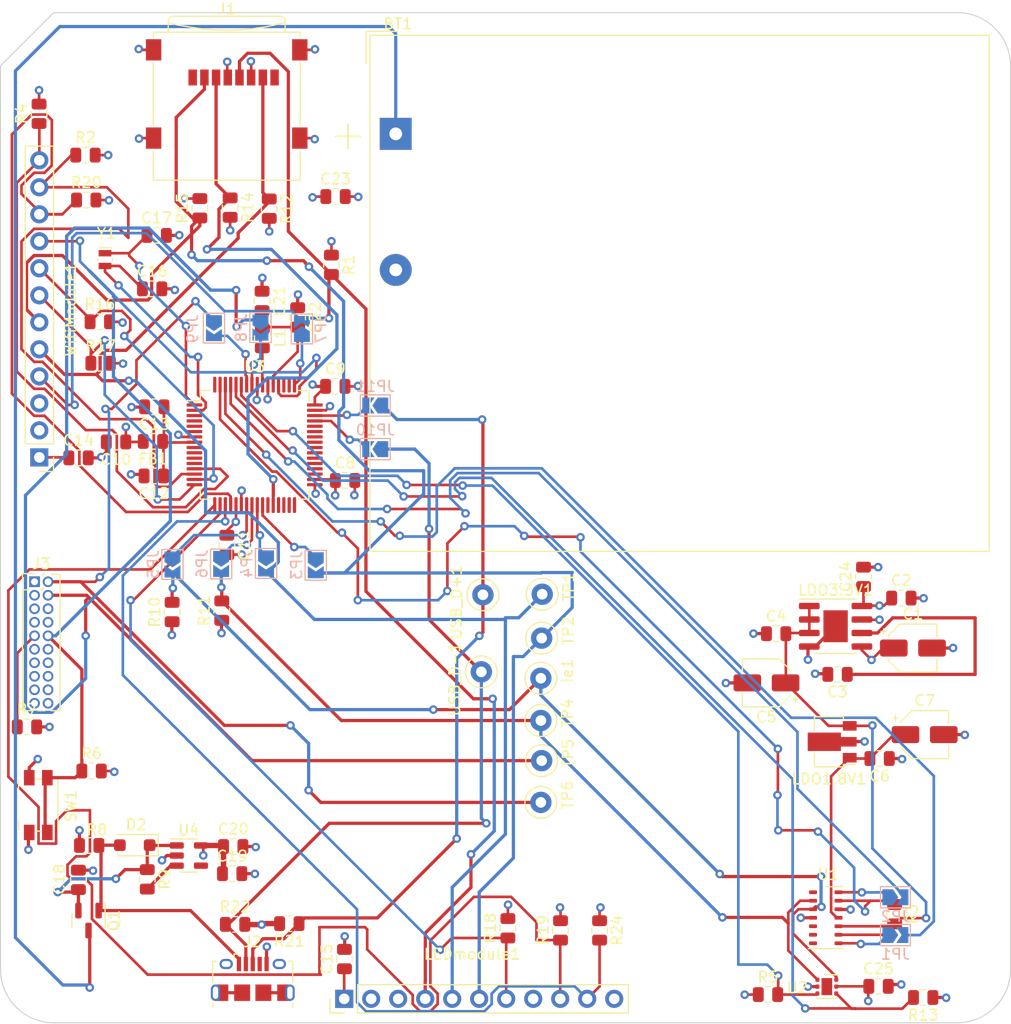
<source format=kicad_pcb>
(kicad_pcb (version 20221018) (generator pcbnew)
  (title_block (title "Pulse Oximeter Sensor"))
  (layers (0 "F.Cu" signal) (1 "In1.Cu" power) (2 "In2.Cu" power) (31 "B.Cu" signal) (34 "B.Paste" user) (35 "F.Paste" user) (36 "B.SilkS" user "B.Silkscreen") (37 "F.SilkS" user "F.Silkscreen") (38 "B.Mask" user) (39 "F.Mask" user) (44 "Edge.Cuts" user))
  (net 0 "")
  (net 1 "GND")
  (net 2 "+3.3V")
  (net 3 "+BATT")
  (net 4 "Net-(LDO3.3V1-SS)")
  (net 5 "Net-(LDO1.8V1-VI)")
  (net 6 "Net-(LDO1.8V1-VO)")
  (net 7 "/VDDA")
  (net 8 "Net-(U3-PA01)")
  (net 9 "Net-(U3-PA00)")
  (net 10 "Net-(D2-K)")
  (net 11 "Net-(U3-VDDCORE)")
  (net 12 "VBUS")
  (net 14 "/SPI_MOSI")
  (net 15 "/SD_CMD")
  (net 16 "/SPI-CLK")
  (net 17 "/SPI_MISO")
  (net 19 "/USB_D-")
  (net 20 "/USB_D+")
  (net 22 "/I2C-SWDIO")
  (net 23 "/I2C-SWCLK")
  (net 27 "Net-(J3-GNDDetect)")
  (net 28 "/reset")
  (net 29 "Net-(JP1-A)")
  (net 30 "/PulseOx_IRD")
  (net 31 "Net-(JP2-A)")
  (net 32 "/PulseOx_RD")
  (net 33 "Net-(JP3-A)")
  (net 34 "Net-(JP4-A)")
  (net 35 "Net-(JP5-A)")
  (net 36 "/I2C-DIO")
  (net 37 "Net-(JP6-A)")
  (net 38 "/I2C-CLK")
  (net 39 "Net-(JP7-A)")
  (net 40 "Net-(JP8-B)")
  (net 41 "Net-(JP9-B)")
  (net 42 "Net-(JP10-B)")
  (net 43 "Net-(JP11-B)")
  (net 44 "Net-(U3-VSW)")
  (net 46 "/LED_TFTCS")
  (net 47 "/LEDreset(unconnected)")
  (net 48 "/LED_DC")
  (net 49 "/LED_SDCS")
  (net 50 "/LED_LIT(unconnected)")
  (net 51 "/Wifi_RXI")
  (net 52 "/PulseOx_INT")
  (net 53 "/Wifi_TXO")
  (net 54 "/TempSensor_INT")
  (net 55 "Net-(U4-EN)")
  (net 56 "/TempSensor_ADDR")
  (net 57 "/Wifi_BUSY")
  (net 58 "/Wifi_CS")
  (net 59 "/Wifi_GPO")
  (footprint "Resistor_SMD:R_0805_2012Metric" (layer "F.Cu") (at 132.4125 94)
    (fp_text reference "C8")
    (fp_text value "0.1uF")
  )
  (footprint "Resistor_SMD:R_0805_2012Metric" (layer "F.Cu") (at 118.75 68.4 90)
    (fp_text reference "R15")
    (fp_text value "10k")
  )
  (footprint "Resistor_SMD:R_0805_2012Metric" (layer "F.Cu") (at 182.5875 141.575)
    (fp_text reference "C25")
    (fp_text value "0.1uF")
  )
  (footprint "TestPoint:TestPoint_Loop_D1.80mm_Drill1.0mm_Beaded" (layer "F.Cu") (at 150.825 112.6 90)
    (fp_text reference "Ie1")
    (fp_text value "TestPoint")
  )
  (footprint "Resistor_SMD:R_0805_2012Metric" (layer "F.Cu") (at 114.3375 90.325 180)
    (fp_text reference "FB1")
    (fp_text value "FB - 30Ohm")
  )
  (footprint "Connector_USB:USB_Micro-B_Amphenol_10118194_Horizontal" (layer "F.Cu") (at 123.725 140.875)
    (fp_text reference "J2")
    (fp_text value "USB_B_Micro")
  )
  (footprint "Connector_PinHeader_2.54mm:PinHeader_1x11_P2.54mm_Vertical" (layer "F.Cu") (at 132.325 142.75 90)
    (fp_text reference "LEDmodule1")
    (fp_text value "Conn_01x11_Pin")
  )
  (footprint "Resistor_SMD:R_0805_2012Metric" (layer "F.Cu") (at 114.2625 75.975)
    (fp_text reference "C16")
    (fp_text value "15pF")
  )
  (footprint "Resistor_SMD:R_0805_2012Metric" (layer "F.Cu") (at 114.4625 87.075 180)
    (fp_text reference "C13")
    (fp_text value "10uF")
  )
  (footprint "Resistor_SMD:R_0805_2012Metric" (layer "F.Cu") (at 121.29 100.06 -90)
    (fp_text reference "C11")
    (fp_text value "0.1uF")
  )
  (footprint "Connector_PinHeader_2.54mm:PinHeader_1x12_P2.54mm_Vertical" (layer "F.Cu") (at 103.65 91.825 180)
    (fp_text reference "WifiModule1")
    (fp_text value "Conn_01x12_Pin")
  )
  (footprint "Resistor_SMD:R_0805_2012Metric" (layer "F.Cu") (at 152.675 136.3125 90)
    (fp_text reference "R19")
    (fp_text value "10K")
  )
  (footprint "Resistor_SMD:R_0805_2012Metric" (layer "F.Cu") (at 124.625 80.6125 -90)
    (fp_text reference "L1")
    (fp_text value "10uH")
  )
  (footprint "Resistor_SMD:R_0805_2012Metric" (layer "F.Cu") (at 184.1 134.7875 -90)
    (fp_text reference "R3")
    (fp_text value "4.7k")
  )
  (footprint "Capacitor_SMD:CP_Elec_4x3" (layer "F.Cu") (at 172.045 113.035 180)
    (fp_text reference "C5")
    (fp_text value "10uF")
  )
  (footprint "Resistor_SMD:R_0805_2012Metric" (layer "F.Cu") (at 107.3375 91.875)
    (fp_text reference "C14")
    (fp_text value "0.1uF")
  )
  (footprint "Resistor_SMD:R_0805_2012Metric" (layer "F.Cu") (at 186.7875 142.625 180)
    (fp_text reference "R13")
    (fp_text value "10K")
  )
  (footprint "Resistor_SMD:R_0805_2012Metric" (layer "F.Cu") (at 132.35 139.0125 90)
    (fp_text reference "C15")
    (fp_text value "0.1uF")
  )
  (footprint "Resistor_SMD:R_0805_2012Metric" (layer "F.Cu") (at 114.6875 70.95)
    (fp_text reference "C17")
    (fp_text value "15pF")
  )
  (footprint "Package_SO:SOIC-8-1EP_3.9x4.9mm_P1.27mm_EP2.29x3mm" (layer "F.Cu") (at 178.55 107.71)
    (fp_text reference "LDO3.3V1")
    (fp_text value "ADP7142ARDZ-3.3")
  )
  (footprint "Package_QFP:TQFP-64_10x10mm_P0.5mm" (layer "F.Cu") (at 123.9 90.65)
    (fp_text reference "U3")
    (fp_text value "ATSAMD51J20A-A")
  )
  (footprint "Resistor_SMD:R_0805_2012Metric" (layer "F.Cu") (at 109.4125 82.975)
    (fp_text reference "R17")
    (fp_text value "10K")
  )
  (footprint "Resistor_SMD:R_0805_2012Metric" (layer "F.Cu") (at 156.35 136.3125 -90)
    (fp_text reference "R24")
    (fp_text value "10K")
  )
  (footprint "Resistor_SMD:R_0805_2012Metric" (layer "F.Cu") (at 182.6875 120.15 180)
    (fp_text reference "C6")
    (fp_text value "100nF")
  )
  (footprint "Resistor_SMD:R_0805_2012Metric" (layer "F.Cu") (at 107.325 131.5625 -90)
    (fp_text reference "C18")
    (fp_text value "10uF")
  )
  (footprint "Resistor_SMD:R_0805_2012Metric" (layer "F.Cu") (at 184.7325 105.06)
    (fp_text reference "C2")
    (fp_text value "100nF")
  )
  (footprint "Resistor_SMD:R_0805_2012Metric" (layer "F.Cu") (at 121.7875 130.975)
    (fp_text reference "C19")
    (fp_text value "10uF")
  )
  (footprint "Connector_Card:microSD_HC_Wuerth_693072010801" (layer "F.Cu") (at 121.275 57.65)
    (fp_text reference "J1")
    (fp_text value "Micro_SD_Card")
  )
  (footprint "TestPoint:TestPoint_Loop_D1.80mm_Drill1.0mm_Beaded" (layer "F.Cu") (at 145.375 104.75 -90)
    (fp_text reference "USB_D+1")
    (fp_text value "TestPoint")
  )
  (footprint "Capacitor_SMD:CP_Elec_4x3" (layer "F.Cu") (at 186.925 117.9)
    (fp_text reference "C7")
    (fp_text value "10uF")
  )
  (footprint "Connector_PinHeader_1.27mm:PinHeader_2x10_P1.27mm_Vertical" (layer "F.Cu") (at 103.2 103.525)
    (fp_text reference "J3")
    (fp_text value "Conn_ARM_JTAG_SWD_10")
  )
  (footprint "Resistor_SMD:R_0805_2012Metric" (layer "F.Cu") (at 172.1875 142.35)
    (fp_text reference "R5")
    (fp_text value "10k")
  )
  (footprint "Resistor_SMD:R_0805_2012Metric" (layer "F.Cu") (at 178.7325 112.235 180)
    (fp_text reference "C3")
    (fp_text value "1nF")
  )
  (footprint "Battery:BatteryHolder_TruPower_BH-331P_3xAA" (layer "F.Cu") (at 137.175 61.4)
    (fp_text reference "BT1")
    (fp_text value "Battery")
  )
  (footprint "Crystal:Crystal_SMD_MicroCrystal_CM9V-T1A-2Pin_1.6x1.0mm" (layer "F.Cu") (at 109.825 73.225 -90)
    (fp_text reference "Y1")
    (fp_text value "32.768kHz")
  )
  (footprint "Resistor_SMD:R_0805_2012Metric" (layer "F.Cu") (at 109.3375 79.075)
    (fp_text reference "R16")
    (fp_text value "10K")
  )
  (footprint "Resistor_SMD:R_0805_2012Metric" (layer "F.Cu") (at 107.9875 63.4)
    (fp_text reference "R2")
    (fp_text value "10K")
  )
  (footprint "Resistor_SMD:R_0805_2012Metric" (layer "F.Cu") (at 103.625 59.5125 90)
    (fp_text reference "R4")
    (fp_text value "10K")
  )
  (footprint "Resistor_SMD:R_0805_2012Metric" (layer "F.Cu") (at 121.6 68.3375 -90)
    (fp_text reference "R14")
    (fp_text value "10K")
  )
  (footprint "TestPoint:TestPoint_Loop_D1.80mm_Drill1.0mm_Beaded" (layer "F.Cu") (at 150.95 104.7 90)
    (fp_text reference "TP1")
    (fp_text value "TestPoint")
  )
  (footprint "Resistor_SMD:R_0805_2012Metric" (layer "F.Cu") (at 172.9575 108.41)
    (fp_text reference "C4")
    (fp_text value "100nF")
  )
  (footprint "TestPoint:TestPoint_Loop_D1.80mm_Drill1.0mm_Beaded" (layer "F.Cu") (at 150.825 116.575 90)
    (fp_text reference "TP4")
    (fp_text value "TestPoint")
  )
  (footprint "Resistor_SMD:R_0805_2012Metric" (layer "F.Cu") (at 147.725 136.1125 90)
    (fp_text reference "R18")
    (fp_text value "10K")
  )
  (footprint "Resistor_SMD:R_0805_2012Metric" (layer "F.Cu") (at 108.5625 121.325)
    (fp_text reference "R6")
    (fp_text value "10K")
  )
  (footprint "Package_TO_SOT_SMD:SOT-89-3" (layer "F.Cu") (at 177.925 118.575 180)
    (fp_text reference "LDO1.8V1")
    (fp_text value "AP130-18Y")
  )
  (footprint "Package_SON:WSON-6-1EP_2x2mm_P0.65mm_EP1x1.6mm" (layer "F.Cu") (at 177.725 141.6)
    (fp_text reference "U2")
    (fp_text value "TMP117")
  )
  (footprint "Resistor_SMD:R_0805_2012Metric" (layer "F.Cu") (at 125.275 68.4375 -90)
    (fp_text reference "R12")
    (fp_text value "10k")
  )
  (footprint "Resistor_SMD:R_0805_2012Metric" (layer "F.Cu") (at 102.4875 117.175)
    (fp_text reference "R7")
    (fp_text value "10K")
  )
  (footprint "Resistor_SMD:R_0805_2012Metric" (layer "F.Cu") (at 116.14 106.3725 90)
    (fp_text reference "R10")
    (fp_text value "10K")
  )
  (footprint "Resistor_SMD:R_0805_2012Metric" (layer "F.Cu") (at 181.175 103.0625 90)
    (fp_text reference "C24")
    (fp_text value "0.1uF")
  )
  (footprint "Diode_SMD:D_SOD-123F" (layer "F.Cu") (at 112.625 128.3 180)
    (fp_text reference "D2")
    (fp_text value "MBR1020VL")
  )
  (footprint "Resistor_SMD:R_0805_2012Metric" (layer "F.Cu") (at 131.5125 67.3)
    (fp_text reference "C23")
    (fp_text value "0.1uF")
  )
  (footprint "Capacitor_SMD:CP_Elec_4x3" (layer "F.Cu") (at 185.82 109.76)
    (fp_text reference "C1")
    (fp_text value "10uF")
  )
  (footprint "TestPoint:TestPoint_Loop_D1.80mm_Drill1.0mm_Beaded" (layer "F.Cu") (at 150.9 120.35 90)
    (fp_text reference "TP5")
    (fp_text value "TestPoint")
  )
  (footprint "OptoDevice:Maxim_OLGA-14_3.3x5.6mm_P0.8mm" (layer "F.Cu") (at 177.625 135.125)
    (fp_text reference "U1")
    (fp_text value "MAX30102")
  )
  (footprint "Resistor_SMD:R_0805_2012Metric" (layer "F.Cu") (at 131.125 73.7125 -90)
    (fp_text reference "R1")
    (fp_text value "10K")
  )
  (footprint "Resistor_SMD:R_0805_2012Metric" (layer "F.Cu") (at 120.81 106.2425 90)
    (fp_text reference "R11")
    (fp_text value "10K")
  )
  (footprint "Resistor_SMD:R_0805_2012Metric" (layer "F.Cu") (at 108.3375 128.325 180)
    (fp_text reference "R8")
    (fp_text value "100K")
  )
  (footprint "Package_TO_SOT_SMD:SOT-23" (layer "F.Cu") (at 108.275 135.3875 -90)
    (fp_text reference "Q1")
    (fp_text value "IRLML5203")
  )
  (footprint "Resistor_SMD:R_0805_2012Metric" (layer "F.Cu") (at 127.95 78.6625 -90)
    (fp_text reference "C22")
    (fp_text value "10uF")
  )
  (footprint "Resistor_SMD:R_0805_2012Metric" (layer "F.Cu") (at 127.1625 135.675 180)
    (fp_text reference "R21")
    (fp_text value "10K")
  )
  (footprint "TestPoint:TestPoint_Loop_D1.80mm_Drill1.0mm_Beaded" (layer "F.Cu") (at 150.9 108.825 90)
    (fp_text reference "TP2")
    (fp_text value "TestPoint")
  )
  (footprint "Resistor_SMD:R_0805_2012Metric" (layer "F.Cu") (at 131.4875 85.15)
    (fp_text reference "C9")
    (fp_text value "0.1uF")
  )
  (footprint "Package_TO_SOT_SMD:SOT-23-5" (layer "F.Cu") (at 117.7125 129.275)
    (fp_text reference "U4")
    (fp_text value "AP2112K-3.3")
  )
  (footprint "TestPoint:TestPoint_Loop_D1.80mm_Drill1.0mm_Beaded" (layer "F.Cu") (at 150.825 124.275 90)
    (fp_text reference "TP6")
    (fp_text value "TestPoint")
  )
  (footprint "Resistor_SMD:R_0805_2012Metric" (layer "F.Cu") (at 110.8625 90.375 180)
    (fp_text reference "C10")
    (fp_text value "0.1uF")
  )
  (footprint "Resistor_SMD:R_0805_2012Metric" (layer "F.Cu") (at 113.8 131.5125 -90)
    (fp_text reference "R9")
    (fp_text value "10K")
  )
  (footprint "Resistor_SMD:R_0805_2012Metric" (layer "F.Cu") (at 122.0625 135.75)
    (fp_text reference "R22")
    (fp_text value "10K")
  )
  (footprint "TestPoint:TestPoint_Loop_D1.80mm_Drill1.0mm_Beaded" (layer "F.Cu") (at 145.225 112 -90)
    (fp_text reference "USB_D-1")
    (fp_text value "TestPoint")
  )
  (footprint "Resistor_SMD:R_0805_2012Metric" (layer "F.Cu") (at 124.6 77.1125 -90)
    (fp_text reference "C21")
    (fp_text value "1uF")
  )
  (footprint "Resistor_SMD:R_0805_2012Metric" (layer "F.Cu") (at 114.4125 93.575 180)
    (fp_text reference "C12")
    (fp_text value "0.1uF")
  )
  (footprint "Resistor_SMD:R_0805_2012Metric" (layer "F.Cu") (at 108.0625 67.625)
    (fp_text reference "R20")
    (fp_text value "10K")
  )
  (footprint "Button_Switch_SMD:Panasonic_EVQPUM_EVQPUD" (layer "F.Cu") (at 103.55 124.525 90)
    (fp_text reference "SW1")
    (fp_text value "SW_Push")
  )
  (footprint "Resistor_SMD:R_0805_2012Metric" (layer "F.Cu") (at 121.8875 128.425)
    (fp_text reference "C20")
    (fp_text value "1uF")
  )
  (footprint "Jumper:SolderJumper-2_P1.3mm_Open_TrianglePad1.0x1.5mm" (layer "B.Cu") (at 120.75 101.85 -90)
    (fp_text reference "JP6")
    (fp_text value "SolderJumper_2_Open")
  )
  (footprint "Jumper:SolderJumper-2_P1.3mm_Open_TrianglePad1.0x1.5mm" (layer "B.Cu") (at 124.45 79.625 -90)
    (fp_text reference "JP8")
    (fp_text value "SolderJumper_2_Open")
  )
  (footprint "Jumper:SolderJumper-2_P1.3mm_Open_TrianglePad1.0x1.5mm" (layer "B.Cu") (at 129.65 101.975 -90)
    (fp_text reference "JP3")
    (fp_text value "SolderJumper_2_Open")
  )
  (footprint "Jumper:SolderJumper-2_P1.3mm_Open_TrianglePad1.0x1.5mm" (layer "B.Cu") (at 124.975 101.8 -90)
    (fp_text reference "JP4")
    (fp_text value "SolderJumper_2_Open")
  )
  (footprint "Jumper:SolderJumper-2_P1.3mm_Open_TrianglePad1.0x1.5mm" (layer "B.Cu") (at 135.25 91.05 180)
    (fp_text reference "JP10")
    (fp_text value "SolderJumper_2_Open")
  )
  (footprint "Jumper:SolderJumper-2_P1.3mm_Open_TrianglePad1.0x1.5mm" (layer "B.Cu") (at 184.175 136.75)
    (fp_text reference "JP1")
    (fp_text value "SolderJumper_2_Open")
  )
  (footprint "Jumper:SolderJumper-2_P1.3mm_Open_TrianglePad1.0x1.5mm" (layer "B.Cu") (at 135.25 86.95 180)
    (fp_text reference "JP11")
    (fp_text value "SolderJumper_2_Open")
  )
  (footprint "Jumper:SolderJumper-2_P1.3mm_Open_TrianglePad1.0x1.5mm" (layer "B.Cu") (at 116.175 101.9 -90)
    (fp_text reference "JP5")
    (fp_text value "SolderJumper_2_Open")
  )
  (footprint "Jumper:SolderJumper-2_P1.3mm_Open_TrianglePad1.0x1.5mm" (layer "B.Cu") (at 184.175 133.2)
    (fp_text reference "JP2")
    (fp_text value "SolderJumper_2_Open")
  )
  (footprint "Jumper:SolderJumper-2_P1.3mm_Open_TrianglePad1.0x1.5mm" (layer "B.Cu") (at 128.35 79.75 90)
    (fp_text reference "JP7")
    (fp_text value "SolderJumper_2_Open")
  )
  (footprint "Jumper:SolderJumper-2_P1.3mm_Open_TrianglePad1.0x1.5mm" (layer "B.Cu") (at 120.075 79.675 -90)
    (fp_text reference "JP9")
    (fp_text value "SolderJumper_2_Open")
  )
  (gr_line (start 190 50) (end 105 50) (stroke (width 0.1)) (layer "Edge.Cuts"))
  (gr_arc (start 190 50) (mid 193.535534 51.464466) (end 195 55) (stroke (width 0.1)) (layer "Edge.Cuts"))
  (gr_line (start 105 50) (end 100 55) (stroke (width 0.1)) (layer "Edge.Cuts"))
  (gr_line (start 195 140) (end 195 55) (stroke (width 0.1)) (layer "Edge.Cuts"))
  (gr_arc (start 195 140) (mid 193.535534 143.535534) (end 190 145) (stroke (width 0.1)) (layer "Edge.Cuts"))
  (gr_arc (start 105 145) (mid 101.464466 143.535534) (end 100 140) (stroke (width 0.1)) (layer "Edge.Cuts"))
  (gr_line (start 100 55) (end 100 140) (stroke (width 0.1)) (layer "Edge.Cuts"))
  (gr_line (start 105 145) (end 190 145) (stroke (width 0.1)) (layer "Edge.Cuts"))
  (segment (start 132.425 67.3) (end 133.62 67.3) (width 0.25) (layer "F.Cu") (net 1))
  (segment (start 187.7 142.625) (end 188.925 142.625) (width 0.3048) (layer "F.Cu") (net 1))
  (segment (start 170.825 108.4) (end 172.035 108.4) (width 0.3048) (layer "F.Cu") (net 1))
  (segment (start 188.925 142.625) (end 188.95 142.65) (width 0.3048) (layer "F.Cu") (net 1))
  (segment (start 179.7875 118.575) (end 178.8 118.575) (width 0.3048) (layer "F.Cu") (net 1))
  (segment (start 176.075 109.615) (end 176.645 109.615) (width 0.3048) (layer "F.Cu") (net 1))
  (segment (start 112.275 93.425) (end 113.35 93.425) (width 0.3048) (layer "F.Cu") (net 1))
  (segment (start 109.95 90.375) (end 109.95 91.325) (width 0.3048) (layer "F.Cu") (net 1))
  (segment (start 114.4 53.5) (end 113.075 53.5) (width 0.25) (layer "F.Cu") (net 1))
  (segment (start 133.62 67.3) (end 133.65 67.33) (width 0.25) (layer "F.Cu") (net 1))
  (segment (start 129.5625 95.1625) (end 129.64 95.24) (width 0.25) (layer "F.Cu") (net 1))
  (segment (start 113.525 87.1) (end 113.55 87.075) (width 0.3048) (layer "F.Cu") (net 1))
  (segment (start 176.625 112.175) (end 177.76 112.175) (width 0.3048) (layer "F.Cu") (net 1))
  (segment (start 107.425 128.325) (end 107.425 126.9) (width 0.3048) (layer "F.Cu") (net 1))
  (segment (start 175.95 141.6) (end 176.8375 141.6) (width 0.3048) (layer "F.Cu") (net 1))
  (segment (start 175.95 109.74) (end 176.075 109.615) (width 0.3048) (layer "F.Cu") (net 1))
  (segment (start 170.245 113.035) (end 168.24 113.035) (width 0.3048) (layer "F.Cu") (net 1))
  (segment (start 183.6 120.15) (end 184.75 120.15) (width 0.3048) (layer "F.Cu") (net 1))
  (segment (start 128.15 53.5) (end 129.525 53.5) (width 0.25) (layer "F.Cu") (net 1))
  (segment (start 178.8 118.575) (end 178.775 118.55) (width 0.3048) (layer "F.Cu") (net 1))
  (segment (start 102.625 128.725) (end 102.625 127.175) (width 0.3048) (layer "F.Cu") (net 1))
  (segment (start 176.425 135.125) (end 175.275 135.125) (width 0.3048) (layer "F.Cu") (net 1))
  (segment (start 190.675 117.9) (end 190.7 117.925) (width 0.3048) (layer "F.Cu") (net 1))
  (segment (start 122.65 96.3125) (end 122.65 94.98) (width 0.25) (layer "F.Cu") (net 1))
  (segment (start 123.9 130.975) (end 123.925 131) (width 0.3048) (layer "F.Cu") (net 1))
  (segment (start 132.375 138.075) (end 132.35 138.1) (width 0.3048) (layer "F.Cu") (net 1))
  (segment (start 189.59 109.76) (end 189.6 109.75) (width 0.3048) (layer "F.Cu") (net 1))
  (segment (start 178.775 118.55) (end 181.275 118.55) (width 0.3048) (layer "F.Cu") (net 1))
  (segment (start 129.525 53.5) (end 129.575 53.45) (width 0.25) (layer "F.Cu") (net 1))
  (segment (start 124.6 76.2) (end 124.6 74.98) (width 0.3048) (layer "F.Cu") (net 1))
  (segment (start 172.035 108.4) (end 172.045 108.41) (width 0.3048) (layer "F.Cu") (net 1))
  (segment (start 121.2925 100.97) (end 121.29 100.9725) (width 0.25) (layer "F.Cu") (net 1))
  (segment (start 175.95 110.85) (end 175.95 109.74) (width 0.3048) (layer "F.Cu") (net 1))
  (segment (start 125.15 84.9875) (end 125.15 86.33) (width 0.25) (layer "F.Cu") (net 1))
  (segment (start 132.375 136.875) (end 132.375 138.075) (width 0.3048) (layer "F.Cu") (net 1))
  (segment (start 115.635 129.275) (end 116.575 129.275) (width 0.3048) (layer "F.Cu") (net 1))
  (segment (start 108.65 130.65) (end 108.7 130.7) (width 0.3048) (layer "F.Cu") (net 1))
  (segment (start 107.325 130.65) (end 108.65 130.65) (width 0.3048) (layer "F.Cu") (net 1))
  (segment (start 127.95 76.54) (end 127.98 76.51) (width 0.3048) (layer "F.Cu") (net 1))
  (segment (start 187.62 109.76) (end 189.59 109.76) (width 0.3048) (layer "F.Cu") (net 1))
  (segment (start 181.175 102.15) (end 182.55 102.15) (width 0.3048) (layer "F.Cu") (net 1))
  (segment (start 113.075 61.8) (end 113.025 61.85) (width 0.25) (layer "F.Cu") (net 1))
  (segment (start 129.5625 94.4) (end 129.5625 95.1625) (width 0.25) (layer "F.Cu") (net 1))
  (segment (start 112.325 87.1) (end 113.525 87.1) (width 0.3048) (layer "F.Cu") (net 1))
  (segment (start 123.575 54.6) (end 123.55 54.575) (width 0.25) (layer "F.Cu") (net 1))
  (segment (start 129.45 61.8) (end 129.55 61.9) (width 0.25) (layer "F.Cu") (net 1))
  (segment (start 108.25 91.875) (end 109.4 91.875) (width 0.3048) (layer "F.Cu") (net 1))
  (segment (start 128.15 61.8) (end 129.45 61.8) (width 0.25) (layer "F.Cu") (net 1))
  (segment (start 184.725 141.4) (end 183.675 141.4) (width 0.3048) (layer "F.Cu") (net 1))
  (segment (start 185.645 105.06) (end 186.81 105.06) (width 0.3048) (layer "F.Cu") (net 1))
  (segment (start 132.4 85.15) (end 133.58 85.15) (width 0.25) (layer "F.Cu") (net 1))
  (segment (start 176.645 109.615) (end 178.55 107.71) (width 0.3048) (layer "F.Cu") (net 1))
  (segment (start 184.75 120.15) (end 184.8 120.2) (width 0.3048) (layer "F.Cu") (net 1))
  (segment (start 102.625 127.175) (end 102.7 127.1) (width 0.3048) (layer "F.Cu") (net 1))
  (segment (start 102.7 121.95) (end 102.7 121) (width 0.3048) (layer "F.Cu") (net 1))
  (segment (start 137.405 142.75) (end 137.425 142.73) (width 0.3048) (layer "F.Cu") (net 1))
  (segment (start 130.6 87.4) (end 130.99 87.01) (width 0.25) (layer "F.Cu") (net 1))
  (segment (start 113.075 53.5) (end 113 53.425) (width 0.25) (layer "F.Cu") (net 1))
  (segment (start 177.76 112.175) (end 177.82 112.235) (width 0.3048) (layer "F.Cu") (net 1))
  (segment (start 114.4 61.8) (end 113.075 61.8) (width 0.25) (layer "F.Cu") (net 1))
  (segment (start 133.58 85.15) (end 133.62 85.11) (width 0.25) (layer "F.Cu") (net 1))
  (segment (start 172.045 108.595) (end 172.075 108.625) (width 0.3048) (layer "F.Cu") (net 1))
  (segment (start 125.15 86.33) (end 125.12 86.36) (width 0.25) (layer "F.Cu") (net 1))
  (segment (start 115.6 70.95) (end 116.79 70.95) (width 0.3048) (layer "F.Cu") (net 1))
  (segment (start 102.7 121) (end 103.5 120.2) (width 0.3048) (layer "F.Cu") (net 1))
  (segment (start 123.95 128.425) (end 124 128.475) (width 0.3048) (layer "F.Cu") (net 1))
  (segment (start 125.025 137.875) (end 125.05 137.85) (width 0.3048) (layer "F.Cu") (net 1))
  (segment (start 123.575 56.1) (end 123.575 54.6) (width 0.25) (layer "F.Cu") (net 1))
  (segment (start 116.285 75.975) (end 116.39 76.08) (width 0.3048) (layer "F.Cu") (net 1))
  (segment (start 116.79 70.95) (end 116.81 70.93) (width 0.3048) (layer "F.Cu") (net 1))
  (segment (start 115.175 75.975) (end 116.285 75.975) (width 0.3048) (layer "F.Cu") (net 1))
  (segment (start 188.725 117.9) (end 190.675 117.9) (width 0.3048) (layer "F.Cu") (net 1))
  (segment (start 118.2375 89.9) (end 116.925 89.9) (width 0.25) (layer "F.Cu") (net 1))
  (segment (start 122.725 142.175) (end 120.825 142.175) (width 0.3048) (layer "F.Cu") (net 1))
  (segment (start 122.7 130.975) (end 123.9 130.975) (width 0.3048) (layer "F.Cu") (net 1))
  (segment (start 125.025 139.475) (end 125.025 137.875) (width 0.3048) (layer "F.Cu") (net 1))
  (segment (start 109.95 91.325) (end 109.475 91.8) (width 0.3048) (layer "F.Cu") (net 1))
  (segment (start 124.6 74.98) (end 124.63 74.95) (width 0.3048) (layer "F.Cu") (net 1))
  (segment (start 122.65 94.98) (end 122.68 94.95) (width 0.25) (layer "F.Cu") (net 1))
  (segment (start 103.4 117.175) (end 104.6 117.175) (width 0.3048) (layer "F.Cu") (net 1))
  (segment (start 116.925 89.9) (end 116.725 89.7) (width 0.25) (layer "F.Cu") (net 1))
  (segment (start 124.725 142.175) (end 126.625 142.175) (width 0.3048) (layer "F.Cu") (net 1))
  (segment (start 168.24 113.035) (end 168.225 113.05) (width 0.3048) (layer "F.Cu") (net 1))
  (segment (start 133.325 94) (end 133.325 95.335) (width 0.25) (layer "F.Cu") (net 1))
  (segment (start 113.35 93.425) (end 113.5 93.575) (width 0.3048) (layer "F.Cu") (net 1))
  (segment (start 122.8 128.425) (end 123.95 128.425) (width 0.3048) (layer "F.Cu") (net 1))
  (segment (start 115.19 129.72) (end 115.635 129.275) (width 0.3048) (layer "F.Cu") (net 1))
  (segment (start 183.675 141.4) (end 183.5 141.575) (width 0.3048) (layer "F.Cu") (net 1))
  (segment (start 172.045 108.41) (end 172.045 108.595) (width 0.3048) (layer "F.Cu") (net 1))
  (segment (start 133.325 95.335) (end 133.28 95.38) (width 0.25) (layer "F.Cu") (net 1))
  (segment (start 179.95 134.35) (end 178.85 134.35) (width 0.3048) (layer "F.Cu") (net 1))
  (segment (start 109.4 91.875) (end 109.475 91.8) (width 0.3048) (layer "F.Cu") (net 1))
  (segment (start 122.68 100.97) (end 121.2925 100.97) (width 0.25) (layer "F.Cu") (net 1))
  (segment (start 129.5625 87.4) (end 130.6 87.4) (width 0.25) (layer "F.Cu") (net 1))
  (segment (start 127.95 77.75) (end 127.95 76.54) (width 0.3048) (layer "F.Cu") (net 1))
  (segment (start 178.85 134.35) (end 178.825 134.325) (width 0.3048) (layer "F.Cu") (net 1))
  (segment (start 186.81 105.06) (end 186.825 105.075) (width 0.3048) (layer "F.Cu") (net 1))
  (via (at 115.19 129.72) (size 0.8) (drill 0.4) (layers "F.Cu" "B.Cu") (net 1))
  (via (at 125.12 86.36) (size 0.8) (drill 0.4) (layers "F.Cu" "B.Cu") (net 1))
  (via (at 116.81 70.93) (size 0.8) (drill 0.4) (layers "F.Cu" "B.Cu") (net 1))
  (via (at 112.325 87.1) (size 0.8) (drill 0.4) (layers "F.Cu" "B.Cu") (net 1))
  (via (at 127.98 76.51) (size 0.8) (drill 0.4) (layers "F.Cu" "B.Cu") (net 1))
  (via (at 132.375 136.875) (size 0.8) (drill 0.4) (layers "F.Cu" "B.Cu") (net 1))
  (via (at 184.725 141.4) (size 0.8) (drill 0.4) (layers "F.Cu" "B.Cu") (net 1))
  (via (at 108.7 130.7) (size 0.8) (drill 0.4) (layers "F.Cu" "B.Cu") (net 1))
  (via (at 176.625 112.175) (size 0.8) (drill 0.4) (layers "F.Cu" "B.Cu") (net 1))
  (via (at 124 128.475) (size 0.8) (drill 0.4) (layers "F.Cu" "B.Cu") (net 1))
  (via (at 123.925 131) (size 0.8) (drill 0.4) (layers "F.Cu" "B.Cu") (net 1))
  (via (at 179.95 134.35) (size 0.8) (drill 0.4) (layers "F.Cu" "B.Cu") (net 1))
  (via (at 188.95 142.65) (size 0.8) (drill 0.4) (layers "F.Cu" "B.Cu") (net 1))
  (via (at 175.95 141.6) (size 0.8) (drill 0.4) (layers "F.Cu" "B.Cu") (net 1))
  (via (at 107.425 126.9) (size 0.8) (drill 0.4) (layers "F.Cu" "B.Cu") (net 1))
  (via (at 129.575 53.45) (size 0.8) (drill 0.4) (layers "F.Cu" "B.Cu") (net 1))
  (via (at 184.8 120.2) (size 0.8) (drill 0.4) (layers "F.Cu" "B.Cu") (net 1))
  (via (at 175.95 110.85) (size 0.8) (drill 0.4) (layers "F.Cu" "B.Cu") (net 1))
  (via (at 102.625 128.725) (size 0.8) (drill 0.4) (layers "F.Cu" "B.Cu") (net 1))
  (via (at 123.55 54.575) (size 0.8) (drill 0.4) (layers "F.Cu" "B.Cu") (net 1))
  (via (at 113 53.425) (size 0.8) (drill 0.4) (layers "F.Cu" "B.Cu") (net 1))
  (via (at 130.99 87.01) (size 0.8) (drill 0.4) (layers "F.Cu" "B.Cu") (net 1))
  (via (at 168.225 113.05) (size 0.8) (drill 0.4) (layers "F.Cu" "B.Cu") (net 1))
  (via (at 122.68 94.95) (size 0.8) (drill 0.4) (layers "F.Cu" "B.Cu") (net 1))
  (via (at 170.825 108.4) (size 0.8) (drill 0.4) (layers "F.Cu" "B.Cu") (net 1))
  (via (at 133.28 95.38) (size 0.8) (drill 0.4) (layers "F.Cu" "B.Cu") (net 1))
  (via (at 125.05 137.85) (size 0.8) (drill 0.4) (layers "F.Cu" "B.Cu") (net 1))
  (via (at 190.7 117.925) (size 0.8) (drill 0.4) (layers "F.Cu" "B.Cu") (net 1))
  (via (at 181.275 118.55) (size 0.8) (drill 0.4) (layers "F.Cu" "B.Cu") (net 1))
  (via (at 109.475 91.8) (size 0.8) (drill 0.4) (layers "F.Cu" "B.Cu") (net 1))
  (via (at 124.63 74.95) (size 0.8) (drill 0.4) (layers "F.Cu" "B.Cu") (net 1))
  (via (at 133.62 85.11) (size 0.8) (drill 0.4) (layers "F.Cu" "B.Cu") (net 1))
  (via (at 189.6 109.75) (size 0.8) (drill 0.4) (layers "F.Cu" "B.Cu") (net 1))
  (via (at 116.725 89.7) (size 0.8) (drill 0.4) (layers "F.Cu" "B.Cu") (net 1))
  (via (at 129.55 61.9) (size 0.8) (drill 0.4) (layers "F.Cu" "B.Cu") (net 1))
  (via (at 103.5 120.2) (size 0.8) (drill 0.4) (layers "F.Cu" "B.Cu") (net 1))
  (via (at 104.6 117.175) (size 0.8) (drill 0.4) (layers "F.Cu" "B.Cu") (net 1))
  (via (at 129.64 95.24) (size 0.8) (drill 0.4) (layers "F.Cu" "B.Cu") (net 1))
  (via (at 182.55 102.15) (size 0.8) (drill 0.4) (layers "F.Cu" "B.Cu") (net 1))
  (via (at 113.025 61.85) (size 0.8) (drill 0.4) (layers "F.Cu" "B.Cu") (net 1))
  (via (at 175.275 135.125) (size 0.8) (drill 0.4) (layers "F.Cu" "B.Cu") (net 1))
  (via (at 112.275 93.425) (size 0.8) (drill 0.4) (layers "F.Cu" "B.Cu") (net 1))
  (via (at 116.39 76.08) (size 0.8) (drill 0.4) (layers "F.Cu" "B.Cu") (net 1))
  (via (at 122.68 100.97) (size 0.8) (drill 0.4) (layers "F.Cu" "B.Cu") (net 1))
  (via (at 186.825 105.075) (size 0.8) (drill 0.4) (layers "F.Cu" "B.Cu") (net 1))
  (via (at 133.65 67.33) (size 0.8) (drill 0.4) (layers "F.Cu" "B.Cu") (net 1))
  (segment (start 129.5625 86.9) (end 129.5625 86.1625) (width 0.25) (layer "F.Cu") (net 2))
  (segment (start 170.01 142.35) (end 170 142.36) (width 0.25) (layer "F.Cu") (net 2))
  (segment (start 183.04 109.76) (end 181.925 110.875) (width 0.25) (layer "F.Cu") (net 2))
  (segment (start 181.055 105.775) (end 181.025 105.805) (width 0.25) (layer "F.Cu") (net 2))
  (segment (start 181.62 141.63) (end 181.675 141.575) (width 0.25) (layer "F.Cu") (net 2))
  (segment (start 131.4 93.9) (end 131.5 94) (width 0.25) (layer "F.Cu") (net 2))
  (segment (start 152.675 134.205) (end 152.63 134.16) (width 0.25) (layer "F.Cu") (net 2))
  (segment (start 119.07 129.26) (end 119.07 128.545) (width 0.25) (layer "F.Cu") (net 2))
  (segment (start 125.275 69.35) (end 125.275 70.575) (width 0.25) (layer "F.Cu") (net 2))
  (segment (start 124.56 135.77) (end 122.995 135.77) (width 0.508) (layer "F.Cu") (net 2))
  (segment (start 120.975 128.425) (end 120.975 130.875) (width 0.508) (layer "F.Cu") (net 2))
  (segment (start 122.995 135.77) (end 122.975 135.75) (width 0.508) (layer "F.Cu") (net 2))
  (segment (start 181.62 142.95) (end 181.62 141.63) (width 0.25) (layer "F.Cu") (net 2))
  (segment (start 181.675 141.575) (end 178.6375 141.575) (width 0.25) (layer "F.Cu") (net 2))
  (segment (start 156.35 135.4) (end 156.35 134.24) (width 0.25) (layer "F.Cu") (net 2))
  (segment (start 171.275 142.35) (end 170.01 142.35) (width 0.25) (layer "F.Cu") (net 2))
  (segment (start 113.375 90.375) (end 113.425 90.325) (width 0.25) (layer "F.Cu") (net 2))
  (segment (start 156.35 134.24) (end 156.43 134.16) (width 0.25) (layer "F.Cu") (net 2))
  (segment (start 126.25 135.675) (end 124.655 135.675) (width 0.508) (layer "F.Cu") (net 2))
  (segment (start 129.525 85.15) (end 129.35 84.975) (width 0.3048) (layer "F.Cu") (net 2))
  (segment (start 130.6 67.3) (end 129.425 67.3) (width 0.25) (layer "F.Cu") (net 2))
  (segment (start 129.5625 93.9) (end 131.4 93.9) (width 0.25) (layer "F.Cu") (net 2))
  (segment (start 182.675 105.775) (end 181.055 105.775) (width 0.25) (layer "F.Cu") (net 2))
  (segment (start 131.125 72.8) (end 131.125 71.5) (width 0.25) (layer "F.Cu") (net 2))
  (segment (start 122.1375 97.89) (end 122.13 97.89) (width 0.25) (layer "F.Cu") (net 2))
  (segment (start 122.15 97.9025) (end 122.1375 97.89) (width 0.25) (layer "F.Cu") (net 2))
  (segment (start 121.325 54.625) (end 121.325 56.05) (width 0.25) (layer "F.Cu") (net 2))
  (segment (start 111.775 90.375) (end 113.375 90.375) (width 0.25) (layer "F.Cu") (net 2))
  (segment (start 117.3125 67.4875) (end 117.275 67.45) (width 0.25) (layer "F.Cu") (net 2))
  (segment (start 122.15 97.87) (end 122.13 97.89) (width 0.25) (layer "F.Cu") (net 2))
  (segment (start 118.85 128.325) (end 120.875 128.325) (width 0.508) (layer "F.Cu") (net 2))
  (segment (start 181.175 103.975) (end 181.175 105.655) (width 0.25) (layer "F.Cu") (net 2))
  (segment (start 106.375 91.825) (end 103.65 91.825) (width 0.25) (layer "F.Cu") (net 2))
  (segment (start 121.29 99.1475) (end 121.29 98.73) (width 0.25) (layer "F.Cu") (net 2))
  (segment (start 181.025 109.975) (end 181.925 110.875) (width 0.25) (layer "F.Cu") (net 2))
  (segment (start 120.875 128.325) (end 120.975 128.425) (width 0.508) (layer "F.Cu") (net 2))
  (segment (start 124.655 135.675) (end 124.56 135.77) (width 0.508) (layer "F.Cu") (net 2))
  (segment (start 111.79 88.96) (end 111.79 90.36) (width 0.25) (layer "F.Cu") (net 2))
  (segment (start 130.575 85.15) (end 129.525 85.15) (width 0.3048) (layer "F.Cu") (net 2))
  (segment (start 182.675 107.1) (end 181.05 107.1) (width 0.25) (layer "F.Cu") (net 2))
  (segment (start 121.325 56.05) (end 121.375 56.1) (width 0.25) (layer "F.Cu") (net 2))
  (segment (start 124.15 84.9875) (end 124.15 86.38) (width 0.25) (layer "F.Cu") (net 2))
  (segment (start 121.6 69.25) (end 121.6 70.475) (width 0.25) (layer "F.Cu") (net 2))
  (segment (start 109.475 121.325) (end 110.625 121.325) (width 0.25) (layer "F.Cu") (net 2))
  (segment (start 111.405 79.075) (end 111.48 79.15) (width 0.25) (layer "F.Cu") (net 2))
  (segment (start 120.785 107.18) (end 120.81 107.155) (width 0.3048) (layer "F.Cu") (net 2))
  (segment (start 120.975 130.875) (end 120.875 130.975) (width 0.508) (layer "F.Cu") (net 2))
  (segment (start 110.625 121.325) (end 110.7 121.4) (width 0.25) (layer "F.Cu") (net 2))
  (segment (start 108.975 67.625) (end 110.175 67.625) (width 0.25) (layer "F.Cu") (net 2))
  (segment (start 182.675 105.775) (end 183.105 105.775) (width 0.25) (layer "F.Cu") (net 2))
  (segment (start 129.425 67.3) (end 129.35 67.375) (width 0.25) (layer "F.Cu") (net 2))
  (segment (start 132.35 139.925) (end 132.325 139.95) (width 0.25) (layer "F.Cu") (net 2))
  (segment (start 116.115 107.31) (end 116.14 107.285) (width 0.3048) (layer "F.Cu") (net 2))
  (segment (start 103.625 58.6) (end 103.625 57.3) (width 0.25) (layer "F.Cu") (net 2))
  (segment (start 116.115 108.535) (end 116.115 107.31) (width 0.3048) (layer "F.Cu") (net 2))
  (segment (start 131.5 94) (end 131.5 95.375) (width 0.25) (layer "F.Cu") (net 2))
  (segment (start 110.175 67.625) (end 110.2 67.65) (width 0.25) (layer "F.Cu") (net 2))
  (segment (start 121.29 98.73) (end 122.13 97.89) (width 0.25) (layer "F.Cu") (net 2))
  (segment (start 106.425 91.875) (end 106.375 91.825) (width 0.25) (layer "F.Cu") (net 2))
  (segment (start 124.15 86.38) (end 124.1 86.43) (width 0.25) (layer "F.Cu") (net 2))
  (segment (start 132.325 139.95) (end 132.325 142.75) (width 0.25) (layer "F.Cu") (net 2))
  (segment (start 152.675 135.4) (end 152.675 134.205) (width 0.25) (layer "F.Cu") (net 2))
  (segment (start 120.785 108.355) (end 120.785 107.18) (width 0.3048) (layer "F.Cu") (net 2))
  (segment (start 131.5 95.375) (end 131.475 95.4) (width 0.25) (layer "F.Cu") (net 2))
  (segment (start 147.725 135.2) (end 147.725 133.915) (width 0.25) (layer "F.Cu") (net 2))
  (segment (start 181.175 105.655) (end 181.025 105.805) (width 0.25) (layer "F.Cu") (net 2))
  (segment (start 147.725 133.915) (end 147.74 133.9) (width 0.25) (layer "F.Cu") (net 2))
  (segment (start 122.15 96.3125) (end 122.15 97.87) (width 0.25) (layer "F.Cu") (net 2))
  (segment (start 181.05 107.1) (end 181.025 107.075) (width 0.25) (layer "F.Cu") (net 2))
  (segment (start 181.025 109.615) (end 181.025 109.975) (width 0.25) (layer "F.Cu") (net 2))
  (segment (start 111.79 90.36) (end 111.775 90.375) (width 0.25) (layer "F.Cu") (net 2))
  (segment (start 110.25 79.075) (end 111.405 79.075) (width 0.25) (layer "F.Cu") (net 2))
  (segment (start 119.07 128.545) (end 118.85 128.325) (width 0.25) (layer "F.Cu") (net 2))
  (segment (start 178.6375 141.575) (end 178.6125 141.6) (width 0.25) (layer "F.Cu") (net 2))
  (segment (start 129.5625 86.1625) (end 130.575 85.15) (width 0.25) (layer "F.Cu") (net 2))
  (segment (start 108.9 63.4) (end 110.125 63.4) (width 0.25) (layer "F.Cu") (net 2))
  (segment (start 184.02 109.76) (end 183.04 109.76) (width 0.25) (layer "F.Cu") (net 2))
  (segment (start 118.75 67.4875) (end 117.3125 67.4875) (width 0.25) (layer "F.Cu") (net 2))
  (segment (start 110.325 82.975) (end 111.485 82.975) (width 0.25) (layer "F.Cu") (net 2))
  (segment (start 183.105 105.775) (end 183.82 105.06) (width 0.25) (layer "F.Cu") (net 2))
  (segment (start 111.485 82.975) (end 111.52 83.01) (width 0.25) (layer "F.Cu") (net 2))
  (via (at 117.275 67.45) (size 0.8) (drill 0.4) (layers "F.Cu" "B.Cu") (net 2))
  (via (at 152.63 134.16) (size 0.8) (drill 0.4) (layers "F.Cu" "B.Cu") (net 2))
  (via (at 121.325 54.625) (size 0.8) (drill 0.4) (layers "F.Cu" "B.Cu") (net 2))
  (via (at 131.125 71.5) (size 0.8) (drill 0.4) (layers "F.Cu" "B.Cu") (net 2))
  (via (at 110.125 63.4) (size 0.8) (drill 0.4) (layers "F.Cu" "B.Cu") (net 2))
  (via (at 182.675 105.775) (size 0.8) (drill 0.4) (layers "F.Cu" "B.Cu") (net 2))
  (via (at 129.35 67.375) (size 0.8) (drill 0.4) (layers "F.Cu" "B.Cu") (net 2))
  (via (at 111.79 88.96) (size 0.8) (drill 0.4) (layers "F.Cu" "B.Cu") (net 2))
  (via (at 170 142.36) (size 0.8) (drill 0.4) (layers "F.Cu" "B.Cu") (net 2))
  (via (at 111.48 79.15) (size 0.8) (drill 0.4) (layers "F.Cu" "B.Cu") (net 2))
  (via (at 124.1 86.43) (size 0.8) (drill 0.4) (layers "F.Cu" "B.Cu") (net 2))
  (via (at 111.52 83.01) (size 0.8) (drill 0.4) (layers "F.Cu" "B.Cu") (net 2))
  (via (at 122.13 97.89) (size 0.8) (drill 0.4) (layers "F.Cu" "B.Cu") (net 2))
  (via (at 125.275 70.575) (size 0.8) (drill 0.4) (layers "F.Cu" "B.Cu") (net 2))
  (via (at 147.74 133.9) (size 0.8) (drill 0.4) (layers "F.Cu" "B.Cu") (net 2))
  (via (at 103.625 57.3) (size 0.8) (drill 0.4) (layers "F.Cu" "B.Cu") (net 2))
  (via (at 124.56 135.77) (size 0.8) (drill 0.4) (layers "F.Cu" "B.Cu") (net 2))
  (via (at 181.62 142.95) (size 0.8) (drill 0.4) (layers "F.Cu" "B.Cu") (net 2))
  (via (at 182.675 107.1) (size 0.8) (drill 0.4) (layers "F.Cu" "B.Cu") (net 2))
  (via (at 131.475 95.4) (size 0.8) (drill 0.4) (layers "F.Cu" "B.Cu") (net 2))
  (via (at 119.07 129.26) (size 0.8) (drill 0.4) (layers "F.Cu" "B.Cu") (net 2))
  (via (at 129.35 84.975) (size 0.8) (drill 0.4) (layers "F.Cu" "B.Cu") (net 2))
  (via (at 120.785 108.355) (size 0.8) (drill 0.4) (layers "F.Cu" "B.Cu") (net 2))
  (via (at 110.7 121.4) (size 0.8) (drill 0.4) (layers "F.Cu" "B.Cu") (net 2))
  (via (at 116.115 108.535) (size 0.8) (drill 0.4) (layers "F.Cu" "B.Cu") (net 2))
  (via (at 110.2 67.65) (size 0.8) (drill 0.4) (layers "F.Cu" "B.Cu") (net 2))
  (via (at 181.925 110.875) (size 0.8) (drill 0.4) (layers "F.Cu" "B.Cu") (net 2))
  (via (at 156.43 134.16) (size 0.8) (drill 0.4) (layers "F.Cu" "B.Cu") (net 2))
  (via (at 121.6 70.475) (size 0.8) (drill 0.4) (layers "F.Cu" "B.Cu") (net 2))
  (segment (start 108.39 136.44) (end 108.275 136.325) (width 0.3048) (layer "F.Cu") (net 3))
  (segment (start 108.39 141.69) (end 108.39 136.44) (width 0.3048) (layer "F.Cu") (net 3))
  (via (at 108.39 141.69) (size 0.8) (drill 0.4) (layers "F.Cu" "B.Cu") (net 3))
  (segment (start 101.4 55.48) (end 101.4 56.56) (width 0.3048) (layer "B.Cu") (net 3))
  (segment (start 136.5 51.31) (end 105.57 51.31) (width 0.3048) (layer "B.Cu") (net 3))
  (segment (start 103.21 53.67) (end 101.4 55.48) (width 0.3048) (layer "B.Cu") (net 3))
  (segment (start 105.57 51.31) (end 103.21 53.67) (width 0.3048) (layer "B.Cu") (net 3))
  (segment (start 137.175 61.4) (end 137.175 51.985) (width 0.3048) (layer "B.Cu") (net 3))
  (segment (start 108.15 141.45) (end 108.39 141.69) (width 0.3048) (layer "B.Cu") (net 3))
  (segment (start 137.175 51.985) (end 136.5 51.31) (width 0.3048) (layer "B.Cu") (net 3))
  (segment (start 105.86 141.45) (end 108.15 141.45) (width 0.3048) (layer "B.Cu") (net 3))
  (segment (start 101.4 56.56) (end 101.4 136.99) (width 0.3048) (layer "B.Cu") (net 3))
  (segment (start 101.4 136.99) (end 105.86 141.45) (width 0.3048) (layer "B.Cu") (net 3))
  (segment (start 182.494055 108.345) (end 181.025 108.345) (width 0.3048) (layer "F.Cu") (net 4))
  (segment (start 191.67 112.235) (end 191.67 106.92) (width 0.3048) (layer "F.Cu") (net 4))
  (segment (start 183.919055 106.92) (end 182.494055 108.345) (width 0.3048) (layer "F.Cu") (net 4))
  (segment (start 179.645 112.235) (end 191.67 112.235) (width 0.3048) (layer "F.Cu") (net 4))
  (segment (start 191.67 106.92) (end 183.919055 106.92) (width 0.3048) (layer "F.Cu") (net 4))
  (segment (start 173.935 108.345) (end 173.87 108.41) (width 0.25) (layer "F.Cu") (net 5))
  (segment (start 176.075 108.345) (end 173.935 108.345) (width 0.25) (layer "F.Cu") (net 5))
  (segment (start 183.075 136.725) (end 184.1 135.7) (width 0.25) (layer "F.Cu") (net 5))
  (segment (start 184.64 135.16) (end 184.1 135.7) (width 0.25) (layer "F.Cu") (net 5))
  (segment (start 176.075 107.075) (end 176.075 105.805) (width 0.25) (layer "F.Cu") (net 5))
  (segment (start 173.87 113.01) (end 173.845 113.035) (width 0.25) (layer "F.Cu") (net 5))
  (segment (start 183.875 135.925) (end 184.1 135.7) (width 0.25) (layer "F.Cu") (net 5))
  (segment (start 181.975 117.075) (end 182.01 117.04) (width 0.25) (layer "F.Cu") (net 5))
  (segment (start 178.825 135.925) (end 183.875 135.925) (width 0.25) (layer "F.Cu") (net 5))
  (segment (start 179.875 117.075) (end 181.975 117.075) (width 0.25) (layer "F.Cu") (net 5))
  (segment (start 177.885 117.075) (end 179.875 117.075) (width 0.25) (layer "F.Cu") (net 5))
  (segment (start 173.87 108.41) (end 173.87 113.01) (width 0.25) (layer "F.Cu") (net 5))
  (segment (start 176.075 107.075) (end 176.075 108.345) (width 0.25) (layer "F.Cu") (net 5))
  (segment (start 178.825 136.725) (end 183.075 136.725) (width 0.25) (layer "F.Cu") (net 5))
  (segment (start 173.845 113.035) (end 177.885 117.075) (width 0.25) (layer "F.Cu") (net 5))
  (segment (start 187.06 135.16) (end 184.64 135.16) (width 0.25) (layer "F.Cu") (net 5))
  (via (at 182.01 117.04) (size 0.8) (drill 0.4) (layers "F.Cu" "B.Cu") (net 5))
  (via (at 187.06 135.16) (size 0.8) (drill 0.4) (layers "F.Cu" "B.Cu") (net 5))
  (segment (start 182.01 117.04) (end 182.01 128.60038) (width 0.25) (layer "B.Cu") (net 5))
  (segment (start 182.01 128.60038) (end 187.06 133.65038) (width 0.25) (layer "B.Cu") (net 5))
  (segment (start 187.06 133.65038) (end 187.06 135.16) (width 0.25) (layer "B.Cu") (net 5))
  (segment (start 184.025 117.9) (end 185.125 117.9) (width 0.25) (layer "F.Cu") (net 6))
  (segment (start 178.125 121.825) (end 179.875 120.075) (width 0.25) (layer "F.Cu") (net 6))
  (segment (start 178.125 134.583363) (end 178.125 121.825) (width 0.25) (layer "F.Cu") (net 6))
  (segment (start 178.666637 135.125) (end 178.125 134.583363) (width 0.25) (layer "F.Cu") (net 6))
  (segment (start 178.825 135.125) (end 178.666637 135.125) (width 0.25) (layer "F.Cu") (net 6))
  (segment (start 181.775 120.15) (end 184.025 117.9) (width 0.25) (layer "F.Cu") (net 6))
  (segment (start 181.775 120.15) (end 179.95 120.15) (width 0.25) (layer "F.Cu") (net 6))
  (segment (start 179.95 120.15) (end 179.875 120.075) (width 0.25) (layer "F.Cu") (net 6))
  (segment (start 115.35 90.425) (end 115.25 90.325) (width 0.25) (layer "F.Cu") (net 7))
  (segment (start 118.2375 90.4) (end 118.2125 90.425) (width 0.25) (layer "F.Cu") (net 7))
  (segment (start 115.325 93.575) (end 115.325 90.4) (width 0.25) (layer "F.Cu") (net 7))
  (segment (start 115.375 87.075) (end 115.375 90.2) (width 0.25) (layer "F.Cu") (net 7))
  (segment (start 115.375 90.2) (end 115.25 90.325) (width 0.25) (layer "F.Cu") (net 7))
  (segment (start 118.2125 90.425) (end 115.35 90.425) (width 0.25) (layer "F.Cu") (net 7))
  (segment (start 115.325 90.4) (end 115.25 90.325) (width 0.25) (layer "F.Cu") (net 7))
  (segment (start 119.3 87.140685) (end 119.040685 87.4) (width 0.25) (layer "F.Cu") (net 8))
  (segment (start 118.58 85.939315) (end 119.3 86.659315) (width 0.25) (layer "F.Cu") (net 8))
  (segment (start 113.35 75.975) (end 111.2 73.825) (width 0.25) (layer "F.Cu") (net 8))
  (segment (start 111.2 73.825) (end 109.825 73.825) (width 0.25) (layer "F.Cu") (net 8))
  (segment (start 119.040685 87.4) (end 118.2375 87.4) (width 0.25) (layer "F.Cu") (net 8))
  (segment (start 118.58 82.38) (end 118.58 85.939315) (width 0.25) (layer "F.Cu") (net 8))
  (segment (start 119.3 86.659315) (end 119.3 87.140685) (width 0.25) (layer "F.Cu") (net 8))
  (segment (start 109.825 73.825) (end 109.825 74.365) (width 0.25) (layer "F.Cu") (net 8))
  (segment (start 109.825 74.365) (end 111.1 75.64) (width 0.25) (layer "F.Cu") (net 8))
  (via (at 118.58 82.38) (size 0.8) (drill 0.4) (layers "F.Cu" "B.Cu") (net 8))
  (via (at 111.1 75.64) (size 0.8) (drill 0.4) (layers "F.Cu" "B.Cu") (net 8))
  (segment (start 111.1 75.64) (end 117.84 82.38) (width 0.25) (layer "B.Cu") (net 8))
  (segment (start 117.84 82.38) (end 118.58 82.38) (width 0.25) (layer "B.Cu") (net 8))
  (segment (start 117.44 86.1025) (end 118.2375 86.9) (width 0.25) (layer "F.Cu") (net 9))
  (segment (start 112.1 72.625) (end 112.1 72.86) (width 0.25) (layer "F.Cu") (net 9))
  (segment (start 113.775 70.95) (end 112.1 72.625) (width 0.25) (layer "F.Cu") (net 9))
  (segment (start 112.1 72.86) (end 113.05 73.81) (width 0.25) (layer "F.Cu") (net 9))
  (segment (start 117.44 79.46) (end 117.44 86.1025) (width 0.25) (layer "F.Cu") (net 9))
  (segment (start 112.1 72.625) (end 109.825 72.625) (width 0.25) (layer "F.Cu") (net 9))
  (via (at 117.44 79.46) (size 0.8) (drill 0.4) (layers "F.Cu" "B.Cu") (net 9))
  (via (at 113.05 73.81) (size 0.8) (drill 0.4) (layers "F.Cu" "B.Cu") (net 9))
  (segment (start 113.05 75.07) (end 117.44 79.46) (width 0.25) (layer "B.Cu") (net 9))
  (segment (start 113.05 73.81) (end 113.05 75.07) (width 0.25) (layer "B.Cu") (net 9))
  (segment (start 113.8 130.6) (end 113.8 128.525) (width 0.3048) (layer "F.Cu") (net 10))
  (segment (start 111.71 130.6) (end 110.85 131.46) (width 0.3048) (layer "F.Cu") (net 10))
  (segment (start 113.8 128.525) (end 114.025 128.3) (width 0.3048) (layer "F.Cu") (net 10))
  (segment (start 107.325 134.45) (end 107.325 132.475) (width 0.3048) (layer "F.Cu") (net 10))
  (segment (start 113.8 130.6) (end 111.71 130.6) (width 0.3048) (layer "F.Cu") (net 10))
  (segment (start 114.05 128.325) (end 114.025 128.3) (width 0.3048) (layer "F.Cu") (net 10))
  (segment (start 116.575 128.325) (end 114.05 128.325) (width 0.3048) (layer "F.Cu") (net 10))
  (segment (start 107.09 132.71) (end 107.325 132.475) (width 0.3048) (layer "F.Cu") (net 10))
  (segment (start 105.38 132.71) (end 107.09 132.71) (width 0.3048) (layer "F.Cu") (net 10))
  (via (at 105.38 132.71) (size 0.8) (drill 0.4) (layers "F.Cu" "B.Cu") (net 10))
  (via (at 110.85 131.46) (size 0.8) (drill 0.4) (layers "F.Cu" "B.Cu") (net 10))
  (segment (start 110.85 131.46) (end 106.63 131.46) (width 0.3048) (layer "B.Cu") (net 10))
  (segment (start 106.63 131.46) (end 105.38 132.71) (width 0.3048) (layer "B.Cu") (net 10))
  (segment (start 124.625 79.7) (end 124.625 78.05) (width 0.25) (layer "F.Cu") (net 11))
  (segment (start 125.65 84.9875) (end 125.65 84.184315) (width 0.25) (layer "F.Cu") (net 11))
  (segment (start 127.95 81.884315) (end 127.95 79.575) (width 0.25) (layer "F.Cu") (net 11))
  (segment (start 125.65 84.184315) (end 127.95 81.884315) (width 0.25) (layer "F.Cu") (net 11))
  (segment (start 124.625 78.05) (end 124.6 78.025) (width 0.25) (layer "F.Cu") (net 11))
  (segment (start 127.95 79.575) (end 124.75 79.575) (width 0.25) (layer "F.Cu") (net 11))
  (segment (start 124.75 79.575) (end 124.625 79.7) (width 0.25) (layer "F.Cu") (net 11))
  (segment (start 122.425 139.475) (end 122.425 139) (width 0.3048) (layer "F.Cu") (net 12))
  (segment (start 109.225 134.45) (end 109.4524 134.2226) (width 0.3048) (layer "F.Cu") (net 12))
  (segment (start 122.425 139) (end 117.875 134.45) (width 0.3048) (layer "F.Cu") (net 12))
  (segment (start 109.4524 134.2226) (end 109.4524 128.5274) (width 0.3048) (layer "F.Cu") (net 12))
  (segment (start 109.4524 128.5274) (end 109.25 128.325) (width 0.3048) (layer "F.Cu") (net 12))
  (segment (start 111.225 128.3) (end 109.275 128.3) (width 0.3048) (layer "F.Cu") (net 12))
  (segment (start 117.875 134.45) (end 109.225 134.45) (width 0.3048) (layer "F.Cu") (net 12))
  (segment (start 109.275 128.3) (end 109.25 128.325) (width 0.3048) (layer "F.Cu") (net 12))
  (segment (start 125.05 73.33) (end 128.5 73.33) (width 0.3048) (layer "F.Cu") (net 14))
  (segment (start 118.75 70.054055) (end 118.75 69.3125) (width 0.3048) (layer "F.Cu") (net 14))
  (segment (start 128.67 73.5) (end 128.67 73.55) (width 0.3048) (layer "F.Cu") (net 14))
  (segment (start 113.862022 77.0274) (end 114.2149 76.674522) (width 0.3048) (layer "F.Cu") (net 14))
  (segment (start 102.4476 77.9226) (end 102.4476 73.546949) (width 0.3048) (layer "F.Cu") (net 14))
  (segment (start 117.97 70.0925) (end 117.97 72.77) (width 0.3048) (layer "F.Cu") (net 14))
  (segment (start 116.5226 67.761655) (end 116.5226 59.8574) (width 0.3048) (layer "F.Cu") (net 14))
  (segment (start 116.5226 59.8574) (end 119.175 57.205) (width 0.3048) (layer "F.Cu") (net 14))
  (segment (start 118.073445 69.3125) (end 116.5226 67.761655) (width 0.3048) (layer "F.Cu") (net 14))
  (segment (start 114.2149 74.589155) (end 118.75 70.054055) (width 0.3048) (layer "F.Cu") (net 14))
  (segment (start 102.4476 73.546949) (end 103.151949 72.8426) (width 0.3048) (layer "F.Cu") (net 14))
  (segment (start 105.8226 72.8426) (end 110.0074 77.0274) (width 0.3048) (layer "F.Cu") (net 14))
  (segment (start 128.67 73.55) (end 129.01 73.89) (width 0.3048) (layer "F.Cu") (net 14))
  (segment (start 119.175 57.205) (end 119.175 56.1) (width 0.3048) (layer "F.Cu") (net 14))
  (segment (start 128.5 73.33) (end 128.67 73.5) (width 0.3048) (layer "F.Cu") (net 14))
  (segment (start 103.151949 72.8426) (end 105.8226 72.8426) (width 0.3048) (layer "F.Cu") (net 14))
  (segment (start 103.65 79.125) (end 102.4476 77.9226) (width 0.3048) (layer "F.Cu") (net 14))
  (segment (start 118.75 69.3125) (end 117.97 70.0925) (width 0.3048) (layer "F.Cu") (net 14))
  (segment (start 110.0074 77.0274) (end 113.862022 77.0274) (width 0.3048) (layer "F.Cu") (net 14))
  (segment (start 118.75 69.3125) (end 118.073445 69.3125) (width 0.3048) (layer "F.Cu") (net 14))
  (segment (start 114.2149 76.674522) (end 114.2149 74.589155) (width 0.3048) (layer "F.Cu") (net 14))
  (via (at 129.01 73.89) (size 0.8) (drill 0.4) (layers "F.Cu" "B.Cu") (net 14))
  (via (at 117.97 72.77) (size 0.8) (drill 0.4) (layers "F.Cu" "B.Cu") (net 14))
  (via (at 125.05 73.33) (size 0.8) (drill 0.4) (layers "F.Cu" "B.Cu") (net 14))
  (segment (start 132.268345 87.0776) (end 131.8276 87.518345) (width 0.3048) (layer "B.Cu") (net 14))
  (segment (start 129.01 73.89) (end 132.268345 77.148345) (width 0.3048) (layer "B.Cu") (net 14))
  (segment (start 117.97 72.77) (end 118.53 73.33) (width 0.3048) (layer "B.Cu") (net 14))
  (segment (start 153.77 105.955) (end 150.9 108.825) (width 0.3048) (layer "B.Cu") (net 14))
  (segment (start 139.8052 93.082843) (end 139.8052 95.2548) (width 0.3048) (layer "B.Cu") (net 14))
  (segment (start 131.8276 87.518345) (end 131.8276 90.211655) (width 0.3048) (layer "B.Cu") (net 14))
  (segment (start 150.902583 102.66) (end 153.77 102.66) (width 0.3048) (layer "B.Cu") (net 14))
  (segment (start 145.025 132.725) (end 145.025 142.75) (width 0.3048) (layer "B.Cu") (net 14))
  (segment (start 150.862583 102.7) (end 150.902583 102.66) (width 0.3048) (layer "B.Cu") (net 14))
  (segment (start 148.24 129.51) (end 145.025 132.725) (width 0.3048) (layer "B.Cu") (net 14))
  (segment (start 118.53 73.33) (end 125.05 73.33) (width 0.3048) (layer "B.Cu") (net 14))
  (segment (start 150.9 108.825) (end 149.165 110.56) (width 0.3048) (layer "B.Cu") (net 14))
  (segment (start 149.165 110.56) (end 148.24 110.56) (width 0.3048) (layer "B.Cu") (net 14))
  (segment (start 148.24 110.56) (end 148.24 129.51) (width 0.3048) (layer "B.Cu") (net 14))
  (segment (start 131.8276 90.211655) (end 134.698788 93.082843) (width 0.3048) (layer "B.Cu") (net 14))
  (segment (start 153.77 102.66) (end 153.77 105.955) (width 0.3048) (layer "B.Cu") (net 14))
  (segment (start 129.65 102.7) (end 150.862583 102.7) (width 0.3048) (layer "B.Cu") (net 14))
  (segment (start 132.36 102.7) (end 129.65 102.7) (width 0.3048) (layer "B.Cu") (net 14))
  (segment (start 139.8052 95.2548) (end 132.36 102.7) (width 0.3048) (layer "B.Cu") (net 14))
  (segment (start 134.698788 93.082843) (end 139.8052 93.082843) (width 0.3048) (layer "B.Cu") (net 14))
  (segment (start 132.268345 77.148345) (end 132.268345 87.0776) (width 0.3048) (layer "B.Cu") (net 14))
  (segment (start 121.6 67.425) (end 120.5476 68.4774) (width 0.3048) (layer "F.Cu") (net 15))
  (segment (start 120.5476 68.4774) (end 120.5476 71.1324) (width 0.3048) (layer "F.Cu") (net 15))
  (segment (start 120.275 56.1) (end 120.275 66.1) (width 0.3048) (layer "F.Cu") (net 15))
  (segment (start 120.5476 71.1324) (end 119.42 72.26) (width 0.3048) (layer "F.Cu") (net 15))
  (segment (start 125.66 93.89) (end 125.66 95.460565) (width 0.3048) (layer "F.Cu") (net 15))
  (segment (start 120.275 66.1) (end 121.6 67.425) (width 0.3048) (layer "F.Cu") (net 15))
  (segment (start 125.66 95.460565) (end 125.6476 95.472965) (width 0.3048) (layer "F.Cu") (net 15))
  (via (at 119.42 72.26) (size 0.8) (drill 0.4) (layers "F.Cu" "B.Cu") (net 15))
  (via (at 125.66 93.89) (size 0.8) (drill 0.4) (layers "F.Cu" "B.Cu") (net 15))
  (segment (start 123.28 86.185945) (end 123.28 91.51) (width 0.3048) (layer "B.Cu") (net 15))
  (segment (start 128.884055 84.36) (end 125.105945 84.36) (width 0.3048) (layer "B.Cu") (net 15))
  (segment (start 125.474055 72.26) (end 131.6424 78.428345) (width 0.3048) (layer "B.Cu") (net 15))
  (segment (start 119.42 72.26) (end 125.474055 72.26) (width 0.3048) (layer "B.Cu") (net 15))
  (segment (start 131.6424 81.601655) (end 128.884055 84.36) (width 0.3048) (layer "B.Cu") (net 15))
  (segment (start 125.105945 84.36) (end 123.28 86.185945) (width 0.3048) (layer "B.Cu") (net 15))
  (segment (start 123.28 91.51) (end 125.66 93.89) (width 0.3048) (layer "B.Cu") (net 15))
  (segment (start 131.6424 78.428345) (end 131.6424 81.601655) (width 0.3048) (layer "B.Cu") (net 15))
  (segment (start 139.954301 136.565699) (end 144.25 132.27) (width 0.3048) (layer "F.Cu") (net 16))
  (segment (start 122.475 54.585945) (end 123.240945 53.82) (width 0.3048) (layer "F.Cu") (net 16))
  (segment (start 127.0726 70.5726) (end 131.125 74.625) (width 0.3048) (layer "F.Cu") (net 16))
  (segment (start 125.3498 53.82) (end 127.0726 55.5428) (width 0.3048) (layer "F.Cu") (net 16))
  (segment (start 123.240945 53.82) (end 125.3498 53.82) (width 0.3048) (layer "F.Cu") (net 16))
  (segment (start 131.125 74.625) (end 130.89 74.86) (width 0.3048) (layer "F.Cu") (net 16))
  (segment (start 139.945 142.75) (end 139.945 141.065) (width 0.3048) (layer "F.Cu") (net 16))
  (segment (start 122.475 56.1) (end 122.475 54.585945) (width 0.3048) (layer "F.Cu") (net 16))
  (segment (start 130.89 74.86) (end 130.89 78.74) (width 0.3048) (layer "F.Cu") (net 16))
  (segment (start 134.3724 104.4224) (end 134.3724 77.8724) (width 0.3048) (layer "F.Cu") (net 16))
  (segment (start 146.29 114.53) (end 144.48 114.53) (width 0.3048) (layer "F.Cu") (net 16))
  (segment (start 127.0726 55.5428) (end 127.0726 70.5726) (width 0.3048) (layer "F.Cu") (net 16))
  (segment (start 134.3724 77.8724) (end 131.125 74.625) (width 0.3048) (layer "F.Cu") (net 16))
  (segment (start 144.48 114.53) (end 134.3724 104.4224) (width 0.3048) (layer "F.Cu") (net 16))
  (segment (start 139.954301 141.055699) (end 139.954301 136.565699) (width 0.3048) (layer "F.Cu") (net 16))
  (segment (start 139.945 141.065) (end 139.954301 141.055699) (width 0.3048) (layer "F.Cu") (net 16))
  (segment (start 106.333948 86.888948) (end 106.971051 86.888948) (width 0.25) (layer "F.Cu") (net 16))
  (segment (start 144.25 132.27) (end 144.25 129.16) (width 0.3048) (layer "F.Cu") (net 16))
  (segment (start 103.65 84.205) (end 106.333948 86.888948) (width 0.25) (layer "F.Cu") (net 16))
  (segment (start 139.945 142.75) (end 140.03 142.75) (width 0.3048) (layer "F.Cu") (net 16))
  (via (at 106.971051 86.888948) (size 0.8) (drill 0.4) (layers "F.Cu" "B.Cu") (net 16))
  (via (at 144.25 129.16) (size 0.8) (drill 0.4) (layers "F.Cu" "B.Cu") (net 16))
  (via (at 146.29 114.53) (size 0.8) (drill 0.4) (layers "F.Cu" "B.Cu") (net 16))
  (via (at 130.89 78.74) (size 0.8) (drill 0.4) (layers "F.Cu" "B.Cu") (net 16))
  (segment (start 146.29 114.53) (end 146.4424 114.6824) (width 0.3048) (layer "B.Cu") (net 16))
  (segment (start 106.745 86.662897) (end 106.745 71.159695) (width 0.25) (layer "B.Cu") (net 16))
  (segment (start 146.4424 114.6824) (end 146.4424 126.9676) (width 0.3048) (layer "B.Cu") (net 16))
  (segment (start 146.4424 126.9676) (end 144.25 129.16) (width 0.3048) (layer "B.Cu") (net 16))
  (segment (start 106.971051 86.888948) (end 106.745 86.662897) (width 0.25) (layer "B.Cu") (net 16))
  (segment (start 121.07 78.075) (end 127.4 78.075) (width 0.25) (layer "B.Cu") (net 16))
  (segment (start 107.169695 70.735) (end 113.73 70.735) (width 0.25) (layer "B.Cu") (net 16))
  (segment (start 127.4 78.075) (end 128.35 79.025) (width 0.25) (layer "B.Cu") (net 16))
  (segment (start 130.89 78.74) (end 128.635 78.74) (width 0.3048) (layer "B.Cu") (net 16))
  (segment (start 113.73 70.735) (end 121.07 78.075) (width 0.25) (layer "B.Cu") (net 16))
  (segment (start 106.745 71.159695) (end 107.169695 70.735) (width 0.25) (layer "B.Cu") (net 16))
  (segment (start 128.635 78.74) (end 128.35 79.025) (width 0.3048) (layer "B.Cu") (net 16))
  (segment (start 124.675 66.925) (end 125.275 67.525) (width 0.3048) (layer "F.Cu") (net 17))
  (segment (start 124.675 56.1) (end 124.675 66.925) (width 0.3048) (layer "F.Cu") (net 17))
  (segment (start 125.275 67.785578) (end 122.3524 70.708178) (width 0.3048) (layer "F.Cu") (net 17))
  (segment (start 109.012022 84.0274) (end 109.604622 84.62) (width 0.3048) (layer "F.Cu") (net 17))
  (segment (start 111.81 81.76) (end 109.880378 81.76) (width 0.3048) (layer "F.Cu") (net 17))
  (segment (start 122.3524 70.708178) (end 122.3524 71.2176) (width 0.3048) (layer "F.Cu") (net 17))
  (segment (start 122.3524 71.2176) (end 111.81 81.76) (width 0.3048) (layer "F.Cu") (net 17))
  (segment (start 109.012022 84.0274) (end 106.0124 84.0274) (width 0.3048) (layer "F.Cu") (net 17))
  (segment (start 109.604622 84.62) (end 112.06 84.62) (width 0.3048) (layer "F.Cu") (net 17))
  (segment (start 106.0124 84.0274) (end 103.65 81.665) (width 0.3048) (layer "F.Cu") (net 17))
  (segment (start 109.880378 81.76) (end 109.3649 82.275478) (width 0.3048) (layer "F.Cu") (net 17))
  (segment (start 109.3649 83.674522) (end 109.012022 84.0274) (width 0.3048) (layer "F.Cu") (net 17))
  (segment (start 109.3649 82.275478) (end 109.3649 83.674522) (width 0.3048) (layer "F.Cu") (net 17))
  (segment (start 125.275 67.525) (end 125.275 67.785578) (width 0.3048) (layer "F.Cu") (net 17))
  (via (at 112.06 84.62) (size 0.8) (drill 0.4) (layers "F.Cu" "B.Cu") (net 17))
  (segment (start 119.2876 91.198545) (end 119.2876 97.0276) (width 0.3048) (layer "B.Cu") (net 17))
  (segment (start 124.975 102.525) (end 129.52 107.07) (width 0.3048) (layer "B.Cu") (net 17))
  (segment (start 126.13 101.66837) (end 125.27337 102.525) (width 0.3048) (layer "B.Cu") (net 17))
  (segment (start 142.485 132.265) (end 142.485 142.75) (width 0.3048) (layer "B.Cu") (net 17))
  (segment (start 148.74 106.91) (end 147.49 106.91) (width 0.3048) (layer "B.Cu") (net 17))
  (segment (start 129.52 107.07) (end 147.49 107.07) (width 0.3048) (layer "B.Cu") (net 17))
  (segment (start 112.709055 84.62) (end 119.2876 91.198545) (width 0.3048) (layer "B.Cu") (net 17))
  (segment (start 119.2876 97.0276) (end 123.333545 97.0276) (width 0.3048) (layer "B.Cu") (net 17))
  (segment (start 150.95 104.7) (end 148.74 106.91) (width 0.3048) (layer "B.Cu") (net 17))
  (segment (start 126.13 99.824055) (end 126.13 101.66837) (width 0.3048) (layer "B.Cu") (net 17))
  (segment (start 147.49 107.07) (end 147.49 127.26) (width 0.3048) (layer "B.Cu") (net 17))
  (segment (start 112.06 84.62) (end 112.709055 84.62) (width 0.3048) (layer "B.Cu") (net 17))
  (segment (start 147.49 106.91) (end 147.49 107.07) (width 0.3048) (layer "B.Cu") (net 17))
  (segment (start 125.27337 102.525) (end 124.975 102.525) (width 0.3048) (layer "B.Cu") (net 17))
  (segment (start 147.49 127.26) (end 142.485 132.265) (width 0.3048) (layer "B.Cu") (net 17))
  (segment (start 123.333545 97.0276) (end 126.13 99.824055) (width 0.3048) (layer "B.Cu") (net 17))
  (segment (start 123.075 137.675) (end 123.075 139.475) (width 0.3048) (layer "F.Cu") (net 19))
  (segment (start 140.31 107.085) (end 145.225 112) (width 0.3048) (layer "F.Cu") (net 19))
  (segment (start 121.15 135.75) (end 121.410578 135.75) (width 0.3048) (layer "F.Cu") (net 19))
  (segment (start 130.920578 126.24) (end 145.69 126.24) (width 0.3048) (layer "F.Cu") (net 19))
  (segment (start 121.410578 135.75) (end 130.920578 126.24) (width 0.3048) (layer "F.Cu") (net 19))
  (segment (start 121.15 135.75) (end 123.075 137.675) (width 0.3048) (layer "F.Cu") (net 19))
  (segment (start 140.31 98.55) (end 140.31 107.085) (width 0.3048) (layer "F.Cu") (net 19))
  (via (at 140.31 98.55) (size 0.8) (drill 0.4) (layers "F.Cu" "B.Cu") (net 19))
  (via (at 145.69 126.24) (size 0.8) (drill 0.4) (layers "F.Cu" "B.Cu") (net 19))
  (segment (start 138.96 91.05) (end 140.31 92.4) (width 0.3048) (layer "B.Cu") (net 19))
  (segment (start 145.69 126.24) (end 145.225 125.775) (width 0.3048) (layer "B.Cu") (net 19))
  (segment (start 135.975 91.05) (end 138.96 91.05) (width 0.3048) (layer "B.Cu") (net 19))
  (segment (start 140.31 92.4) (end 140.31 98.55) (width 0.3048) (layer "B.Cu") (net 19))
  (segment (start 145.225 125.775) (end 145.225 112) (width 0.3048) (layer "B.Cu") (net 19))
  (segment (start 124.6924 137.0976) (end 123.725 138.065) (width 0.3048) (layer "F.Cu") (net 20))
  (segment (start 135.45 135.14) (end 142.91 127.68) (width 0.3048) (layer "F.Cu") (net 20))
  (segment (start 145.04 108.61) (end 145.375 108.275) (width 0.3048) (layer "F.Cu") (net 20))
  (segment (start 123.725 138.065) (end 123.725 139.475) (width 0.3048) (layer "F.Cu") (net 20))
  (segment (start 128.075 135.675) (end 126.6524 137.0976) (width 0.3048) (layer "F.Cu") (net 20))
  (segment (start 126.6524 137.0976) (end 124.6924 137.0976) (width 0.3048) (layer "F.Cu") (net 20))
  (segment (start 128.61 135.14) (end 135.45 135.14) (width 0.3048) (layer "F.Cu") (net 20))
  (segment (start 145.375 88.345) (end 145.3 88.27) (width 0.3048) (layer "F.Cu") (net 20))
  (segment (start 145.375 108.275) (end 145.375 104.75) (width 0.3048) (layer "F.Cu") (net 20))
  (segment (start 145.375 104.75) (end 145.375 88.345) (width 0.3048) (layer "F.Cu") (net 20))
  (segment (start 128.075 135.675) (end 128.61 135.14) (width 0.3048) (layer "F.Cu") (net 20))
  (via (at 145.3 88.27) (size 0.8) (drill 0.4) (layers "F.Cu" "B.Cu") (net 20))
  (via (at 145.04 108.61) (size 0.8) (drill 0.4) (layers "F.Cu" "B.Cu") (net 20))
  (via (at 142.91 127.68) (size 0.8) (drill 0.4) (layers "F.Cu" "B.Cu") (net 20))
  (segment (start 137.295 88.27) (end 135.975 86.95) (width 0.3048) (layer "B.Cu") (net 20))
  (segment (start 145.3 88.27) (end 137.295 88.27) (width 0.3048) (layer "B.Cu") (net 20))
  (segment (start 142.91 127.68) (end 142.91 110.74) (width 0.3048) (layer "B.Cu") (net 20))
  (segment (start 142.91 110.74) (end 145.04 108.61) (width 0.3048) (layer "B.Cu") (net 20))
  (segment (start 110.46 87.27) (end 109.87 87.27) (width 0.25) (layer "F.Cu") (net 22))
  (segment (start 127.27 117.03) (end 121.053896 117.03) (width 0.3048) (layer "F.Cu") (net 22))
  (segment (start 130.125 124.275) (end 128.98 123.13) (width 0.3048) (layer "F.Cu") (net 22))
  (segment (start 112.785 82.695) (end 112.785 84.945) (width 0.25) (layer "F.Cu") (net 22))
  (segment (start 118.34 77.14) (end 112.785 82.695) (width 0.25) (layer "F.Cu") (net 22))
  (segment (start 112.785 84.945) (end 110.46 87.27) (width 0.25) (layer "F.Cu") (net 22))
  (segment (start 108.905 103.525) (end 107.548896 103.525) (width 0.25) (layer "F.Cu") (net 22))
  (segment (start 107.548896 103.525) (end 104.47 103.525) (width 0.3048) (layer "F.Cu") (net 22))
  (segment (start 121.053896 117.03) (end 107.548896 103.525) (width 0.3048) (layer "F.Cu") (net 22))
  (segment (start 109.34 103.09) (end 108.905 103.525) (width 0.25) (layer "F.Cu") (net 22))
  (segment (start 150.825 124.275) (end 130.125 124.275) (width 0.3048) (layer "F.Cu") (net 22))
  (via (at 109.87 87.27) (size 0.8) (drill 0.4) (layers "F.Cu" "B.Cu") (net 22))
  (via (at 118.34 77.14) (size 0.8) (drill 0.4) (layers "F.Cu" "B.Cu") (net 22))
  (via (at 128.98 123.13) (size 0.8) (drill 0.4) (layers "F.Cu" "B.Cu") (net 22))
  (via (at 127.27 117.03) (size 0.8) (drill 0.4) (layers "F.Cu" "B.Cu") (net 22))
  (via (at 109.34 103.09) (size 0.8) (drill 0.4) (layers "F.Cu" "B.Cu") (net 22))
  (segment (start 128.98 123.13) (end 128.98 118.74) (width 0.3048) (layer "B.Cu") (net 22))
  (segment (start 110.2 87.6) (end 110.2 102.23) (width 0.25) (layer "B.Cu") (net 22))
  (segment (start 118.34 77.215) (end 118.34 77.14) (width 0.25) (layer "B.Cu") (net 22))
  (segment (start 128.98 118.74) (end 127.27 117.03) (width 0.3048) (layer "B.Cu") (net 22))
  (segment (start 110.2 102.23) (end 109.34 103.09) (width 0.25) (layer "B.Cu") (net 22))
  (segment (start 120.075 78.95) (end 118.34 77.215) (width 0.25) (layer "B.Cu") (net 22))
  (segment (start 109.87 87.27) (end 110.2 87.6) (width 0.25) (layer "B.Cu") (net 22))
  (segment (start 108.105 104.795) (end 104.47 104.795) (width 0.3048) (layer "F.Cu") (net 23))
  (segment (start 150.9 120.35) (end 123.66 120.35) (width 0.3048) (layer "F.Cu") (net 23))
  (segment (start 122.16 79.48) (end 122.21 79.53) (width 0.3048) (layer "F.Cu") (net 23))
  (segment (start 123.66 120.35) (end 108.31 105) (width 0.3048) (layer "F.Cu") (net 23))
  (segment (start 108.31 105) (end 108.01 105.3) (width 0.3048) (layer "F.Cu") (net 23))
  (segment (start 108.31 105) (end 108.105 104.795) (width 0.3048) (layer "F.Cu") (net 23))
  (segment (start 122.16 76.1) (end 122.16 79.48) (width 0.3048) (layer "F.Cu") (net 23))
  (segment (start 108.01 105.3) (end 108.01 108.6) (width 0.3048) (layer "F.Cu") (net 23))
  (via (at 122.16 76.1) (size 0.8) (drill 0.4) (layers "F.Cu" "B.Cu") (net 23))
  (via (at 122.21 79.53) (size 0.8) (drill 0.4) (layers "F.Cu" "B.Cu") (net 23))
  (via (at 108.01 108.6) (size 0.8) (drill 0.4) (layers "F.Cu" "B.Cu") (net 23))
  (segment (start 122.84 78.9) (end 124.45 78.9) (width 0.3048) (layer "B.Cu") (net 23))
  (segment (start 102.846924 115.8074) (end 102.3476 115.308076) (width 0.3048) (layer "B.Cu") (net 23))
  (segment (start 102.3476 95.3974) (end 106.218651 91.526349) (width 0.3048) (layer "B.Cu") (net 23))
  (segment (start 108.01 112.620476) (end 104.823076 115.8074) (width 0.3048) (layer "B.Cu") (net 23))
  (segment (start 104.823076 115.8074) (end 102.846924 115.8074) (width 0.3048) (layer "B.Cu") (net 23))
  (segment (start 106.218651 91.526349) (end 106.218651 71.010898) (width 0.3048) (layer "B.Cu") (net 23))
  (segment (start 106.218651 71.010898) (end 106.971949 70.2576) (width 0.3048) (layer "B.Cu") (net 23))
  (segment (start 106.971949 70.2576) (end 113.927746 70.2576) (width 0.3048) (layer "B.Cu") (net 23))
  (segment (start 119.770146 76.1) (end 122.16 76.1) (width 0.3048) (layer "B.Cu") (net 23))
  (segment (start 108.01 108.6) (end 108.01 112.620476) (width 0.3048) (layer "B.Cu") (net 23))
  (segment (start 102.3476 115.308076) (end 102.3476 95.3974) (width 0.3048) (layer "B.Cu") (net 23))
  (segment (start 122.21 79.53) (end 122.84 78.9) (width 0.3048) (layer "B.Cu") (net 23))
  (segment (start 113.927746 70.2576) (end 119.770146 76.1) (width 0.3048) (layer "B.Cu") (net 23))
  (segment (start 103.2 108.605) (end 101.575 110.23) (width 0.25) (layer "F.Cu") (net 27))
  (segment (start 101.575 110.23) (end 101.575 117.175) (width 0.25) (layer "F.Cu") (net 27))
  (segment (start 126.409315 86.05) (end 126.15 85.790685) (width 0.25) (layer "F.Cu") (net 28))
  (segment (start 107.425 71.505) (end 107.47 71.46) (width 0.25) (layer "F.Cu") (net 28))
  (segment (start 128.125 85.815685) (end 127.890685 86.05) (width 0.25) (layer "F.Cu") (net 28))
  (segment (start 104.1944 122.1556) (end 104.4 121.95) (width 0.3048) (layer "F.Cu") (net 28))
  (segment (start 104.1944 126.8944) (end 104.1944 122.1556) (width 0.3048) (layer "F.Cu") (net 28))
  (segment (start 107.025 121.95) (end 104.4 121.95) (width 0.3048) (layer "F.Cu") (net 28))
  (segment (start 103.65 71.505) (end 103.705 71.505) (width 0.25) (layer "F.Cu") (net 28))
  (segment (start 127.890685 86.05) (end 126.409315 86.05) (width 0.25) (layer "F.Cu") (net 28))
  (segment (start 128.125 85.148896) (end 128.125 85.815685) (width 0.25) (layer "F.Cu") (net 28))
  (segment (start 126.15 85.790685) (end 126.15 84.9875) (width 0.25) (layer "F.Cu") (net 28))
  (segment (start 129.71 82.47) (end 129.71 83.563896) (width 0.25) (layer "F.Cu") (net 28))
  (segment (start 107.65 121.325) (end 107.025 121.95) (width 0.3048) (layer "F.Cu") (net 28))
  (segment (start 107.65 111.785) (end 104.47 108.605) (width 0.3048) (layer "F.Cu") (net 28))
  (segment (start 103.705 71.505) (end 103.78 71.43) (width 0.25) (layer "F.Cu") (net 28))
  (segment (start 103.65 71.505) (end 107.425 71.505) (width 0.25) (layer "F.Cu") (net 28))
  (segment (start 129.71 83.563896) (end 128.125 85.148896) (width 0.25) (layer "F.Cu") (net 28))
  (segment (start 107.65 121.325) (end 107.65 111.785) (width 0.3048) (layer "F.Cu") (net 28))
  (segment (start 104.4 127.1) (end 104.1944 126.8944) (width 0.3048) (layer "F.Cu") (net 28))
  (via (at 129.71 82.47) (size 0.8) (drill 0.4) (layers "F.Cu" "B.Cu") (net 28))
  (via (at 107.47 71.46) (size 0.8) (drill 0.4) (layers "F.Cu" "B.Cu") (net 28))
  (segment (start 104.47 108.605) (end 105.177106 108.605) (width 0.3048) (layer "B.Cu") (net 28))
  (segment (start 117.905 83.825) (end 128.385 83.825) (width 0.25) (layer "B.Cu") (net 28))
  (segment (start 128.385 83.825) (end 129.71 82.5) (width 0.25) (layer "B.Cu") (net 28))
  (segment (start 115.9726 97.809506) (end 115.9726 89.596655) (width 0.3048) (layer "B.Cu") (net 28))
  (segment (start 105.177106 108.605) (end 115.9726 97.809506) (width 0.3048) (layer "B.Cu") (net 28))
  (segment (start 107.47 71.46) (end 107.47 73.39) (width 0.25) (layer "B.Cu") (net 28))
  (segment (start 115.9726 89.596655) (end 110.62 84.244055) (width 0.3048) (layer "B.Cu") (net 28))
  (segment (start 108.35 74.27) (end 117.905 83.825) (width 0.25) (layer "B.Cu") (net 28))
  (segment (start 129.71 82.5) (end 129.71 82.47) (width 0.25) (layer "B.Cu") (net 28))
  (segment (start 110.62 84.244055) (end 110.62 76.54) (width 0.3048) (layer "B.Cu") (net 28))
  (segment (start 110.62 76.54) (end 108.35 74.27) (width 0.3048) (layer "B.Cu") (net 28))
  (segment (start 107.47 73.39) (end 108.35 74.27) (width 0.25) (layer "B.Cu") (net 28))
  (segment (start 178.825 137.525) (end 180.855 137.525) (width 0.25) (layer "F.Cu") (net 29))
  (segment (start 180.855 137.525) (end 180.92 137.59) (width 0.25) (layer "F.Cu") (net 29))
  (via (at 180.92 137.59) (size 0.8) (drill 0.4) (layers "F.Cu" "B.Cu") (net 29))
  (segment (start 182.61 137.59) (end 183.45 136.75) (width 0.25) (layer "B.Cu") (net 29))
  (segment (start 180.92 137.59) (end 182.61 137.59) (width 0.25) (layer "B.Cu") (net 29))
  (segment (start 137.55 99.2) (end 137.11 99.2) (width 0.25) (layer "F.Cu") (net 30))
  (segment (start 124.99 91.57) (end 121.15 87.73) (width 0.25) (layer "F.Cu") (net 30))
  (segment (start 137.11 99.2) (end 135.76 97.85) (width 0.25) (layer "F.Cu") (net 30))
  (segment (start 121.15 87.73) (end 121.15 84.9875) (width 0.25) (layer "F.Cu") (net 30))
  (via (at 135.76 97.85) (size 0.8) (drill 0.4) (layers "F.Cu" "B.Cu") (net 30))
  (via (at 137.55 99.2) (size 0.8) (drill 0.4) (layers "F.Cu" "B.Cu") (net 30))
  (via (at 124.99 91.57) (size 0.8) (drill 0.4) (layers "F.Cu" "B.Cu") (net 30))
  (segment (start 142.725 92.855) (end 141.035 94.545) (width 0.25) (layer "B.Cu") (net 30))
  (segment (start 174.370305 116.315) (end 150.910305 92.855) (width 0.25) (layer "B.Cu") (net 30))
  (segment (start 187.785 135.460305) (end 187.785 121.789695) (width 0.25) (layer "B.Cu") (net 30))
  (segment (start 124.99 91.615305) (end 124.99 91.57) (width 0.25) (layer "B.Cu") (net 30))
  (segment (start 135.76 97.85) (end 131.224695 97.85) (width 0.25) (layer "B.Cu") (net 30))
  (segment (start 140.625 99.275) (end 137.625 99.275) (width 0.25) (layer "B.Cu") (net 30))
  (segment (start 187.785 121.789695) (end 182.310305 116.315) (width 0.25) (layer "B.Cu") (net 30))
  (segment (start 141.035 94.545) (end 141.035 98.865) (width 0.25) (layer "B.Cu") (net 30))
  (segment (start 150.910305 92.855) (end 142.725 92.855) (width 0.25) (layer "B.Cu") (net 30))
  (segment (start 182.310305 116.315) (end 174.370305 116.315) (width 0.25) (layer "B.Cu") (net 30))
  (segment (start 131.224695 97.85) (end 124.99 91.615305) (width 0.25) (layer "B.Cu") (net 30))
  (segment (start 141.035 98.865) (end 140.625 99.275) (width 0.25) (layer "B.Cu") (net 30))
  (segment (start 137.625 99.275) (end 137.55 99.2) (width 0.25) (layer "B.Cu") (net 30))
  (segment (start 184.9 136.75) (end 186.495305 136.75) (width 0.25) (layer "B.Cu") (net 30))
  (segment (start 186.495305 136.75) (end 187.785 135.460305) (width 0.25) (layer "B.Cu") (net 30))
  (segment (start 181.005 132.725) (end 181.02 132.74) (width 0.25) (layer "F.Cu") (net 31))
  (segment (start 178.825 132.725) (end 181.005 132.725) (width 0.25) (layer "F.Cu") (net 31))
  (via (at 181.02 132.74) (size 0.8) (drill 0.4) (layers "F.Cu" "B.Cu") (net 31))
  (segment (start 182.99 132.74) (end 183.45 133.2) (width 0.25) (layer "B.Cu") (net 31))
  (segment (start 181.02 132.74) (end 182.99 132.74) (width 0.25) (layer "B.Cu") (net 31))
  (segment (start 121.65 84.9875) (end 121.65 86.8) (width 0.25) (layer "F.Cu") (net 32))
  (segment (start 121.65 86.8) (end 127.06 92.21) (width 0.25) (layer "F.Cu") (net 32))
  (segment (start 136.36 96.68) (end 143.33 96.68) (width 0.25) (layer "F.Cu") (net 32))
  (segment (start 143.33 96.68) (end 143.74 97.09) (width 0.25) (layer "F.Cu") (net 32))
  (via (at 143.74 97.09) (size 0.8) (drill 0.4) (layers "F.Cu" "B.Cu") (net 32))
  (via (at 136.36 96.68) (size 0.8) (drill 0.4) (layers "F.Cu" "B.Cu") (net 32))
  (via (at 127.06 92.21) (size 0.8) (drill 0.4) (layers "F.Cu" "B.Cu") (net 32))
  (segment (start 142.983299 93.305) (end 150.615 93.305) (width 0.25) (layer "B.Cu") (net 32))
  (segment (start 142.295 95.645) (end 142.295 93.993299) (width 0.25) (layer "B.Cu") (net 32))
  (segment (start 143.74 97.09) (end 142.295 95.645) (width 0.25) (layer "B.Cu") (net 32))
  (segment (start 127.06 92.21) (end 127.635305 92.21) (width 0.25) (layer "B.Cu") (net 32))
  (segment (start 131.729695 96.68) (end 136.36 96.68) (width 0.25) (layer "B.Cu") (net 32))
  (segment (start 150.615 93.305) (end 174.96 117.65) (width 0.25) (layer "B.Cu") (net 32))
  (segment (start 130.75 95.324695) (end 130.75 95.700305) (width 0.25) (layer "B.Cu") (net 32))
  (segment (start 142.295 93.993299) (end 142.983299 93.305) (width 0.25) (layer "B.Cu") (net 32))
  (segment (start 127.635305 92.21) (end 130.75 95.324695) (width 0.25) (layer "B.Cu") (net 32))
  (segment (start 184.9 132.94038) (end 184.9 133.2) (width 0.25) (layer "B.Cu") (net 32))
  (segment (start 130.75 95.700305) (end 131.729695 96.68) (width 0.25) (layer "B.Cu") (net 32))
  (segment (start 174.96 117.65) (end 174.96 123.00038) (width 0.25) (layer "B.Cu") (net 32))
  (segment (start 174.96 123.00038) (end 184.9 132.94038) (width 0.25) (layer "B.Cu") (net 32))
  (segment (start 124.65 97.28) (end 127.63 100.26) (width 0.25) (layer "F.Cu") (net 33))
  (segment (start 124.65 96.3125) (end 124.65 97.28) (width 0.25) (layer "F.Cu") (net 33))
  (via (at 127.63 100.26) (size 0.8) (drill 0.4) (layers "F.Cu" "B.Cu") (net 33))
  (segment (start 127.63 100.26) (end 128.66 100.26) (width 0.25) (layer "B.Cu") (net 33))
  (segment (start 128.66 100.26) (end 129.65 101.25) (width 0.25) (layer "B.Cu") (net 33))
  (segment (start 124.15 98.91) (end 124.39 99.15) (width 0.25) (layer "F.Cu") (net 34))
  (segment (start 124.15 96.3125) (end 124.15 98.91) (width 0.25) (layer "F.Cu") (net 34))
  (via (at 124.39 99.15) (size 0.8) (drill 0.4) (layers "F.Cu" "B.Cu") (net 34))
  (segment (start 124.39 99.15) (end 124.39 100.49) (width 0.25) (layer "B.Cu") (net 34))
  (segment (start 124.39 100.49) (end 124.975 101.075) (width 0.25) (layer "B.Cu") (net 34))
  (segment (start 123.15 96.3125) (end 123.15 98.77) (width 0.25) (layer "F.Cu") (net 35))
  (segment (start 123.15 98.77) (end 122.78 99.14) (width 0.25) (layer "F.Cu") (net 35))
  (via (at 122.78 99.14) (size 0.8) (drill 0.4) (layers "F.Cu" "B.Cu") (net 35))
  (segment (start 118.21 99.14) (end 116.175 101.175) (width 0.25) (layer "B.Cu") (net 35))
  (segment (start 122.78 99.14) (end 118.21 99.14) (width 0.25) (layer "B.Cu") (net 35))
  (segment (start 175.049695 134.325) (end 176.425 134.325) (width 0.25) (layer "F.Cu") (net 36))
  (segment (start 178.6125 140.6825) (end 174.55 136.62) (width 0.25) (layer "F.Cu") (net 36))
  (segment (start 174.55 134.824695) (end 175.049695 134.325) (width 0.25) (layer "F.Cu") (net 36))
  (segment (start 176.65 134.1) (end 176.425 134.325) (width 0.3048) (layer "F.Cu") (net 36))
  (segment (start 177.22 134.1) (end 176.65 134.1) (width 0.3048) (layer "F.Cu") (net 36))
  (segment (start 116.14 105.46) (end 116.14 104.2) (width 0.3048) (layer "F.Cu") (net 36))
  (segment (start 178.6125 140.95) (end 178.6125 140.6825) (width 0.25) (layer "F.Cu") (net 36))
  (segment (start 167.65 131.01) (end 167.89 131.25) (width 0.3048) (layer "F.Cu") (net 36))
  (segment (start 167.89 131.25) (end 177.18 131.25) (width 0.3048) (layer "F.Cu") (net 36))
  (segment (start 140.71 115.55) (end 147.875 115.55) (width 0.3048) (layer "F.Cu") (net 36))
  (segment (start 174.55 136.62) (end 174.55 134.824695) (width 0.25) (layer "F.Cu") (net 36))
  (segment (start 116.14 104.2) (end 116.21 104.13) (width 0.3048) (layer "F.Cu") (net 36))
  (segment (start 147.875 115.55) (end 150.825 112.6) (width 0.3048) (layer "F.Cu") (net 36))
  (via (at 116.21 104.13) (size 0.8) (drill 0.4) (layers "F.Cu" "B.Cu") (net 36))
  (via (at 177.18 131.25) (size 0.8) (drill 0.4) (layers "F.Cu" "B.Cu") (net 36))
  (via (at 140.71 115.55) (size 0.8) (drill 0.4) (layers "F.Cu" "B.Cu") (net 36))
  (via (at 167.65 131.01) (size 0.8) (drill 0.4) (layers "F.Cu" "B.Cu") (net 36))
  (via (at 177.22 134.1) (size 0.8) (drill 0.4) (layers "F.Cu" "B.Cu") (net 36))
  (segment (start 150.825 112.6) (end 150.825 114.185) (width 0.3048) (layer "B.Cu") (net 36))
  (segment (start 177.18 131.25) (end 177.18 134.06) (width 0.3048) (layer "B.Cu") (net 36))
  (segment (start 129.1 115.55) (end 140.71 115.55) (width 0.3048) (layer "B.Cu") (net 36))
  (segment (start 177.18 134.06) (end 177.22 134.1) (width 0.3048) (layer "B.Cu") (net 36))
  (segment (start 116.21 104.13) (end 116.21 102.66) (width 0.3048) (layer "B.Cu") (net 36))
  (segment (start 150.825 114.185) (end 167.65 131.01) (width 0.3048) (layer "B.Cu") (net 36))
  (segment (start 116.175 102.625) (end 129.1 115.55) (width 0.3048) (layer "B.Cu") (net 36))
  (segment (start 116.21 102.66) (end 116.175 102.625) (width 0.3048) (layer "B.Cu") (net 36))
  (segment (start 123.65 99.573787) (end 123.158878 100.064909) (width 0.25) (layer "F.Cu") (net 37))
  (segment (start 123.65 96.3125) (end 123.65 99.573787) (width 0.25) (layer "F.Cu") (net 37))
  (via (at 123.158878 100.064909) (size 0.8) (drill 0.4) (layers "F.Cu" "B.Cu") (net 37))
  (segment (start 121.810091 100.064909) (end 120.75 101.125) (width 0.25) (layer "B.Cu") (net 37))
  (segment (start 123.158878 100.064909) (end 121.810091 100.064909) (width 0.25) (layer "B.Cu") (net 37))
  (segment (start 173.54 135.09) (end 174.0726 135.6226) (width 0.3048) (layer "F.Cu") (net 38))
  (segment (start 167.9 135.09) (end 173.54 135.09) (width 0.3048) (layer "F.Cu") (net 38))
  (segment (start 120.81 104.09) (end 120.77 104.05) (width 0.3048) (layer "F.Cu") (net 38))
  (segment (start 174.1 134.638299) (end 175.213299 133.525) (width 0.25) (layer "F.Cu") (net 38))
  (segment (start 120.81 105.33) (end 120.81 104.09) (width 0.3048) (layer "F.Cu") (net 38))
  (segment (start 132.055 116.575) (end 150.825 116.575) (width 0.3048) (layer "F.Cu") (net 38))
  (segment (start 120.81 105.33) (end 132.055 116.575) (width 0.3048) (layer "F.Cu") (net 38))
  (segment (start 174.0726 135.6226) (end 174.0726 135.65) (width 0.3048) (layer "F.Cu") (net 38))
  (segment (start 175.213299 133.525) (end 176.425 133.525) (width 0.25) (layer "F.Cu") (net 38))
  (segment (start 176.8375 140.95) (end 174.1 138.2125) (width 0.25) (layer "F.Cu") (net 38))
  (segment (start 174.1 138.2125) (end 174.1 134.638299) (width 0.25) (layer "F.Cu") (net 38))
  (via (at 120.77 104.05) (size 0.8) (drill 0.4) (layers "F.Cu" "B.Cu") (net 38))
  (via (at 167.9 135.09) (size 0.8) (drill 0.4) (layers "F.Cu" "B.Cu") (net 38))
  (segment (start 150.825 116.575) (end 150.825 118.015) (width 0.3048) (layer "B.Cu") (net 38))
  (segment (start 150.825 118.015) (end 167.9 135.09) (width 0.3048) (layer "B.Cu") (net 38))
  (segment (start 120.77 102.595) (end 120.75 102.575) (width 0.3048) (layer "B.Cu") (net 38))
  (segment (start 120.77 104.05) (end 120.77 102.595) (width 0.3048) (layer "B.Cu") (net 38))
  (segment (start 128.19 82.99) (end 128.19 84.4475) (width 0.25) (layer "F.Cu") (net 39))
  (segment (start 128.19 84.4475) (end 127.65 84.9875) (width 0.25) (layer "F.Cu") (net 39))
  (via (at 128.19 82.99) (size 0.8) (drill 0.4) (layers "F.Cu" "B.Cu") (net 39))
  (segment (start 128.35 80.475) (end 128.35 82.83) (width 0.25) (layer "B.Cu") (net 39))
  (segment (start 128.35 82.83) (end 128.19 82.99) (width 0.25) (layer "B.Cu") (net 39))
  (segment (start 123.65 83.28) (end 123.65 84.9875) (width 0.25) (layer "F.Cu") (net 40))
  (segment (start 123.83 83.1) (end 123.65 83.28) (width 0.25) (layer "F.Cu") (net 40))
  (via (at 123.83 83.1) (size 0.8) (drill 0.4) (layers "F.Cu" "B.Cu") (net 40))
  (segment (start 124.45 80.35) (end 124.45 82.48) (width 0.25) (layer "B.Cu") (net 40))
  (segment (start 124.45 82.48) (end 123.83 83.1) (width 0.25) (layer "B.Cu") (net 40))
  (segment (start 123.15 84.184315) (end 123.15 84.9875) (width 0.25) (layer "F.Cu") (net 41))
  (segment (start 123.05 84.084315) (end 123.15 84.184315) (width 0.25) (layer "F.Cu") (net 41))
  (segment (start 123.05 82.12) (end 123.05 84.084315) (width 0.25) (layer "F.Cu") (net 41))
  (via (at 123.05 82.12) (size 0.8) (drill 0.4) (layers "F.Cu" "B.Cu") (net 41))
  (segment (start 120.075 80.4) (end 121.33 80.4) (width 0.25) (layer "B.Cu") (net 41))
  (segment (start 121.33 80.4) (end 123.05 82.12) (width 0.25) (layer "B.Cu") (net 41))
  (segment (start 131.08 88.4) (end 132.85 90.17) (width 0.25) (layer "F.Cu") (net 42))
  (segment (start 129.5625 88.4) (end 131.08 88.4) (width 0.25) (layer "F.Cu") (net 42))
  (via (at 132.85 90.17) (size 0.8) (drill 0.4) (layers "F.Cu" "B.Cu") (net 42))
  (segment (start 132.85 90.17) (end 133.645 90.17) (width 0.25) (layer "B.Cu") (net 42))
  (segment (start 133.645 90.17) (end 134.525 91.05) (width 0.25) (layer "B.Cu") (net 42))
  (segment (start 129.5625 87.9) (end 132.51 87.9) (width 0.25) (layer "F.Cu") (net 43))
  (segment (start 132.51 87.9) (end 132.58 87.83) (width 0.25) (layer "F.Cu") (net 43))
  (via (at 132.58 87.83) (size 0.8) (drill 0.4) (layers "F.Cu" "B.Cu") (net 43))
  (segment (start 132.58 87.83) (end 133.645 87.83) (width 0.25) (layer "B.Cu") (net 43))
  (segment (start 133.645 87.83) (end 134.525 86.95) (width 0.25) (layer "B.Cu") (net 43))
  (segment (start 124.625 84.9625) (end 124.65 84.9875) (width 0.25) (layer "F.Cu") (net 44))
  (segment (start 124.625 81.525) (end 124.625 84.9625) (width 0.25) (layer "F.Cu") (net 44))
  (segment (start 147.565 137.185) (end 147.725 137.025) (width 0.25) (layer "F.Cu") (net 46))
  (segment (start 112.23 105.26) (end 112.505685 105.26) (width 0.25) (layer "F.Cu") (net 46))
  (segment (start 120.65 97.115685) (end 120.65 96.3125) (width 0.25) (layer "F.Cu") (net 46))
  (segment (start 147.725 137.025) (end 142.465 137.025) (width 0.25) (layer "F.Cu") (net 46))
  (segment (start 112.505685 105.26) (end 120.65 97.115685) (width 0.25) (layer "F.Cu") (net 46))
  (segment (start 147.565 142.75) (end 147.565 137.185) (width 0.25) (layer "F.Cu") (net 46))
  (segment (start 142.465 137.025) (end 141.35 138.14) (width 0.25) (layer "F.Cu") (net 46))
  (via (at 141.35 138.14) (size 0.8) (drill 0.4) (layers "F.Cu" "B.Cu") (net 46))
  (via (at 112.23 105.26) (size 0.8) (drill 0.4) (layers "F.Cu" "B.Cu") (net 46))
  (segment (start 112.23 109.02) (end 112.23 105.26) (width 0.25) (layer "B.Cu") (net 46))
  (segment (start 141.35 138.14) (end 112.23 109.02) (width 0.25) (layer "B.Cu") (net 46))
  (segment (start 108.6 135.234251) (end 108.6 132.074327) (width 0.25) (layer "F.Cu") (net 48))
  (segment (start 113.840749 140.475) (end 108.6 135.234251) (width 0.25) (layer "F.Cu") (net 48))
  (segment (start 134.28 136.01) (end 130 136.01) (width 0.25) (layer "F.Cu") (net 48))
  (segment (start 108.4125 125.0175) (end 106.2575 125.0175) (width 0.25) (layer "F.Cu") (net 48))
  (segment (start 106.636827 131.4875) (end 106.3 131.150673) (width 0.25) (layer "F.Cu") (net 48))
  (segment (start 114.0975 102.365) (end 120.15 96.3125) (width 0.25) (layer "F.Cu") (net 48))
  (segment (start 152.675 137.225) (end 150.415 137.225) (width 0.25) (layer "F.Cu") (net 48))
  (segment (start 106.3 131.150673) (end 106.3 130.149327) (width 0.25) (layer "F.Cu") (net 48))
  (segment (start 108.075673 129.35) (end 108.4125 129.013173) (width 0.25) (layer "F.Cu") (net 48))
  (segment (start 108.6 132.074327) (end 108.013173 131.4875) (width 0.25) (layer "F.Cu") (net 48))
  (segment (start 140.431701 143.925) (end 139.458299 143.925) (width 0.25) (layer "F.Cu") (net 48))
  (segment (start 150.415 137.225) (end 150.415 135.549695) (width 0.25) (layer "F.Cu") (net 48))
  (segment (start 103.575 124.7) (end 100.7375 121.8625) (width 0.25) (layer "F.Cu") (net 48))
  (segment (start 139.458299 143.925) (end 138.77 143.236701) (width 0.25) (layer "F.Cu") (net 48))
  (segment (start 105.225 128.15) (end 103.575 128.15) (width 0.25) (layer "F.Cu") (net 48))
  (segment (start 150.415 135.549695) (end 148.025305 133.16) (width 0.25) (layer "F.Cu") (net 48))
  (segment (start 103.575 128.15) (end 103.575 124.7) (width 0.25) (layer "F.Cu") (net 48))
  (segment (start 134.49 138.105) (end 134.49 136.22) (width 0.25) (layer "F.Cu") (net 48))
  (segment (start 105.225 126.05) (end 105.225 128.15) (width 0.25) (layer "F.Cu") (net 48))
  (segment (start 130 140.350673) (end 130.124327 140.475) (width 0.25) (layer "F.Cu") (net 48))
  (segment (start 152.675 137.225) (end 152.645 137.255) (width 0.25) (layer "F.Cu") (net 48))
  (segment (start 152.645 137.255) (end 152.645 142.75) (width 0.25) (layer "F.Cu") (net 48))
  (segment (start 108.4125 129.013173) (end 108.4125 125.0175) (width 0.25) (layer "F.Cu") (net 48))
  (segment (start 138.77 142.385) (end 134.49 138.105) (width 0.25) (layer "F.Cu") (net 48))
  (segment (start 102.71 102.365) (end 114.0975 102.365) (width 0.25) (layer "F.Cu") (net 48))
  (segment (start 130 136.01) (end 130 140.350673) (width 0.25) (layer "F.Cu") (net 48))
  (segment (start 144.527729 133.16) (end 140.431701 137.256028) (width 0.25) (layer "F.Cu") (net 48))
  (segment (start 140.431701 137.256028) (end 140.431701 141.575) (width 0.25) (layer "F.Cu") (net 48))
  (segment (start 100.7375 121.8625) (end 100.7375 104.3375) (width 0.25) (layer "F.Cu") (net 48))
  (segment (start 106.3 130.149327) (end 107.099327 129.35) (width 0.25) (layer "F.Cu") (net 48))
  (segment (start 138.77 143.236701) (end 138.77 142.385) (width 0.25) (layer "F.Cu") (net 48))
  (segment (start 141.12 143.236701) (end 140.431701 143.925) (width 0.25) (layer "F.Cu") (net 48))
  (segment (start 130.124327 140.475) (end 113.840749 140.475) (width 0.25) (layer "F.Cu") (net 48))
  (segment (start 134.49 136.22) (end 134.28 136.01) (width 0.25) (layer "F.Cu") (net 48))
  (segment (start 106.2575 125.0175) (end 105.225 126.05) (width 0.25) (layer "F.Cu") (net 48))
  (segment (start 107.099327 129.35) (end 108.075673 129.35) (width 0.25) (layer "F.Cu") (net 48))
  (segment (start 141.12 142.263299) (end 141.12 143.236701) (width 0.25) (layer "F.Cu") (net 48))
  (segment (start 108.013173 131.4875) (end 106.636827 131.4875) (width 0.25) (layer "F.Cu") (net 48))
  (segment (start 140.431701 141.575) (end 141.12 142.263299) (width 0.25) (layer "F.Cu") (net 48))
  (segment (start 100.7375 104.3375) (end 102.71 102.365) (width 0.25) (layer "F.Cu") (net 48))
  (segment (start 148.025305 133.16) (end 144.527729 133.16) (width 0.25) (layer "F.Cu") (net 48))
  (segment (start 121.131329 97.849238) (end 121.131329 96.331171) (width 0.25) (layer "F.Cu") (net 49))
  (segment (start 156.35 137.225) (end 156.35 141.585) (width 0.25) (layer "F.Cu") (net 49))
  (segment (start 156.35 141.585) (end 155.185 142.75) (width 0.25) (layer "F.Cu") (net 49))
  (segment (start 121.131329 96.331171) (end 121.15 96.3125) (width 0.25) (layer "F.Cu") (net 49))
  (via (at 121.131329 97.849238) (size 0.8) (drill 0.4) (layers "F.Cu" "B.Cu") (net 49))
  (segment (start 145.511701 143.925) (end 134.378299 143.925) (width 0.25) (layer "B.Cu") (net 49))
  (segment (start 134.378299 143.925) (end 133.54 143.086701) (width 0.25) (layer "B.Cu") (net 49))
  (segment (start 155.185 142.75) (end 154.01 141.575) (width 0.25) (layer "B.Cu") (net 49))
  (segment (start 116.608014 97.849238) (end 121.131329 97.849238) (width 0.25) (layer "B.Cu") (net 49))
  (segment (start 111.505 112.305) (end 111.505 102.952252) (width 0.25) (layer "B.Cu") (net 49))
  (segment (start 133.54 143.086701) (end 133.54 134.34) (width 0.25) (layer "B.Cu") (net 49))
  (segment (start 146.2 142.263299) (end 146.2 143.236701) (width 0.25) (layer "B.Cu") (net 49))
  (segment (start 111.505 102.952252) (end 116.608014 97.849238) (width 0.25) (layer "B.Cu") (net 49))
  (segment (start 154.01 141.575) (end 146.888299 141.575) (width 0.25) (layer "B.Cu") (net 49))
  (segment (start 133.54 134.34) (end 111.505 112.305) (width 0.25) (layer "B.Cu") (net 49))
  (segment (start 146.888299 141.575) (end 146.2 142.263299) (width 0.25) (layer "B.Cu") (net 49))
  (segment (start 146.2 143.236701) (end 145.511701 143.925) (width 0.25) (layer "B.Cu") (net 49))
  (segment (start 107.075 63.4) (end 106.675 63.4) (width 0.25) (layer "F.Cu") (net 51))
  (segment (start 112.02 68.444695) (end 112.02 71.179327) (width 0.25) (layer "F.Cu") (net 51))
  (segment (start 101.9702 81.646901) (end 103.163299 82.84) (width 0.25) (layer "F.Cu") (net 51))
  (segment (start 114.4125 88.963173) (end 114.4125 92.4925) (width 0.25) (layer "F.Cu") (net 51))
  (segment (start 114.4875 94.263173) (end 114.824327 94.6) (width 0.25) (layer "F.Cu") (net 51))
  (segment (start 114.647164 92.727164) (end 114.4875 92.886827) (width 0.25) (layer "F.Cu") (net 51))
  (segment (start 113.684327 88.235) (end 114.4125 88.963173) (width 0.25) (layer "F.Cu") (net 51))
  (segment (start 112.02 71.179327) (end 111.170673 70.33) (width 0.25) (layer "F.Cu") (net 51))
  (segment (start 110.000305 66.425) (end 112.02 68.444695) (width 0.25) (layer "F.Cu") (net 51))
  (segment (start 103.163299 70.33) (end 101.9702 71.523099) (width 0.25) (layer "F.Cu") (net 51))
  (segment (start 109.341701 88.235) (end 113.684327 88.235) (width 0.25) (layer "F.Cu") (net 51))
  (segment (start 114.824327 94.6) (end 115.825673 94.6) (width 0.25) (layer "F.Cu") (net 51))
  (segment (start 103.946701 82.84) (end 109.341701 88.235) (width 0.25) (layer "F.Cu") (net 51))
  (segment (start 114.4125 92.4925) (end 114.647164 92.727164) (width 0.25) (layer "F.Cu") (net 51))
  (segment (start 117.025673 93.4) (end 118.2375 93.4) (width 0.25) (layer "F.Cu") (net 51))
  (segment (start 103.163299 82.84) (end 103.946701 82.84) (width 0.25) (layer "F.Cu") (net 51))
  (segment (start 103.65 66.425) (end 110.000305 66.425) (width 0.25) (layer "F.Cu") (net 51))
  (segment (start 115.825673 94.6) (end 117.025673 93.4) (width 0.25) (layer "F.Cu") (net 51))
  (segment (start 101.9702 71.523099) (end 101.9702 81.646901) (width 0.25) (layer "F.Cu") (net 51))
  (segment (start 114.4875 92.886827) (end 114.4875 94.263173) (width 0.25) (layer "F.Cu") (net 51))
  (segment (start 111.170673 70.33) (end 103.163299 70.33) (width 0.25) (layer "F.Cu") (net 51))
  (segment (start 106.675 63.4) (end 103.65 66.425) (width 0.25) (layer "F.Cu") (net 51))
  (segment (start 120.65 88.255305) (end 120.65 84.9875) (width 0.25) (layer "F.Cu") (net 52))
  (segment (start 149.34 99.29) (end 154.5 99.29) (width 0.25) (layer "F.Cu") (net 52))
  (segment (start 181.32 134.045) (end 181.84 133.525) (width 0.25) (layer "F.Cu") (net 52))
  (segment (start 142.03 99.91) (end 143.64 98.3) (width 0.25) (layer "F.Cu") (net 52))
  (segment (start 132.12 98.91) (end 133.61 100.4) (width 0.25) (layer "F.Cu") (net 52))
  (segment (start 149.26 99.21) (end 149.34 99.29) (width 0.25) (layer "F.Cu") (net 52))
  (segment (start 125.559695 93.165) (end 120.65 88.255305) (width 0.25) (layer "F.Cu") (net 52))
  (segment (start 125.960305 93.165) (end 125.559695 93.165) (width 0.25) (layer "F.Cu") (net 52))
  (segment (start 173.16 126.9) (end 176.77 126.9) (width 0.25) (layer "F.Cu") (net 52))
  (segment (start 181.84 133.525) (end 183.75 133.525) (width 0.25) (layer "F.Cu") (net 52))
  (segment (start 178.825 133.525) (end 181.84 133.525) (width 0.25) (layer "F.Cu") (net 52))
  (segment (start 142.03 104.39) (end 142.03 99.91) (width 0.25) (layer "F.Cu") (net 52))
  (segment (start 132.12 98.91) (end 131.705305 98.91) (width 0.25) (layer "F.Cu") (net 52))
  (segment (start 131.705305 98.91) (end 125.960305 93.165) (width 0.25) (layer "F.Cu") (net 52))
  (segment (start 133.61 100.4) (end 133.61 105.26) (width 0.25) (layer "F.Cu") (net 52))
  (segment (start 181.32 134.54) (end 181.32 134.045) (width 0.25) (layer "F.Cu") (net 52))
  (segment (start 176.77 126.9) (end 176.89 127.02) (width 0.25) (layer "F.Cu") (net 52))
  (segment (start 154.5 99.29) (end 154.55 99.34) (width 0.25) (layer "F.Cu") (net 52))
  (segment (start 183.75 133.525) (end 184.1 133.875) (width 0.25) (layer "F.Cu") (net 52))
  (segment (start 173.12 123.55) (end 173.08 123.59) (width 0.25) (layer "F.Cu") (net 52))
  (segment (start 173.12 119.24) (end 173.12 123.55) (width 0.25) (layer "F.Cu") (net 52))
  (via (at 173.16 126.9) (size 0.8) (drill 0.4) (layers "F.Cu" "B.Cu") (net 52))
  (via (at 143.64 98.3) (size 0.8) (drill 0.4) (layers "F.Cu" "B.Cu") (net 52))
  (via (at 149.26 99.21) (size 0.8) (drill 0.4) (layers "F.Cu" "B.Cu") (net 52))
  (via (at 173.08 123.59) (size 0.8) (drill 0.4) (layers "F.Cu" "B.Cu") (net 52))
  (via (at 154.55 99.34) (size 0.8) (drill 0.4) (layers "F.Cu" "B.Cu") (net 52))
  (via (at 181.32 134.54) (size 0.8) (drill 0.4) (layers "F.Cu" "B.Cu") (net 52))
  (via (at 176.89 127.02) (size 0.8) (drill 0.4) (layers "F.Cu" "B.Cu") (net 52))
  (via (at 133.61 105.26) (size 0.8) (drill 0.4) (layers "F.Cu" "B.Cu") (net 52))
  (via (at 142.03 104.39) (size 0.8) (drill 0.4) (layers "F.Cu" "B.Cu") (net 52))
  (via (at 173.12 119.24) (size 0.8) (drill 0.4) (layers "F.Cu" "B.Cu") (net 52))
  (via (at 132.12 98.91) (size 0.8) (drill 0.4) (layers "F.Cu" "B.Cu") (net 52))
  (segment (start 154.55 99.34) (end 154.55 100.67) (width 0.25) (layer "B.Cu") (net 52))
  (segment (start 148.35 98.3) (end 149.26 99.21) (width 0.25) (layer "B.Cu") (net 52))
  (segment (start 173.08 126.82) (end 173.16 126.9) (width 0.25) (layer "B.Cu") (net 52))
  (segment (start 176.89 127.02) (end 180.295 130.425) (width 0.25) (layer "B.Cu") (net 52))
  (segment (start 154.55 100.67) (end 173.12 119.24) (width 0.25) (layer "B.Cu") (net 52))
  (segment (start 180.295 133.515) (end 181.32 134.54) (width 0.25) (layer "B.Cu") (net 52))
  (segment (start 180.295 130.425) (end 180.295 133.515) (width 0.25) (layer "B.Cu") (net 52))
  (segment (start 133.61 105.26) (end 141.16 105.26) (width 0.25) (layer "B.Cu") (net 52))
  (segment (start 143.64 98.3) (end 148.35 98.3) (width 0.25) (layer "B.Cu") (net 52))
  (segment (start 141.16 105.26) (end 142.03 104.39) (width 0.25) (layer "B.Cu") (net 52))
  (segment (start 173.08 123.59) (end 173.08 126.82) (width 0.25) (layer "B.Cu") (net 52))
  (segment (start 103.65 63.885) (end 101.5202 66.0148) (width 0.25) (layer "F.Cu") (net 53))
  (segment (start 101.5202 66.0148) (end 101.5202 83.736901) (width 0.25) (layer "F.Cu") (net 53))
  (segment (start 114.334695 96.51) (end 117.430685 96.51) (width 0.25) (layer "F.Cu") (net 53))
  (segment (start 104.136701 85.38) (end 108.017006 89.260305) (width 0.25) (layer "F.Cu") (net 53))
  (segment (start 110.510978 89.260305) (end 110.9375 89.686827) (width 0.25) (layer "F.Cu") (net 53))
  (segment (start 110.9375 93.112805) (end 114.334695 96.51) (width 0.25) (layer "F.Cu") (net 53))
  (segment (start 101.5202 83.736901) (end 103.163299 85.38) (width 0.25) (layer "F.Cu") (net 53))
  (segment (start 110.9375 89.686827) (end 110.9375 93.112805) (width 0.25) (layer "F.Cu") (net 53))
  (segment (start 103.163299 85.38) (end 104.136701 85.38) (width 0.25) (layer "F.Cu") (net 53))
  (segment (start 103.65 60.45) (end 103.65 63.885) (width 0.25) (layer "F.Cu") (net 53))
  (segment (start 120.65 92.9) (end 118.2375 92.9) (width 0.25) (layer "F.Cu") (net 53))
  (segment (start 120.190001 94.8) (end 121.370001 93.62) (width 0.25) (layer "F.Cu") (net 53))
  (segment (start 121.370001 93.62) (end 120.65 92.9) (width 0.25) (layer "F.Cu") (net 53))
  (segment (start 108.017006 89.260305) (end 110.510978 89.260305) (width 0.25) (layer "F.Cu") (net 53))
  (segment (start 117.430685 96.51) (end 119.140685 94.8) (width 0.25) (layer "F.Cu") (net 53))
  (segment (start 119.140685 94.8) (end 120.190001 94.8) (width 0.25) (layer "F.Cu") (net 53))
  (segment (start 103.625 60.425) (end 103.65 60.45) (width 0.25) (layer "F.Cu") (net 53))
  (segment (start 143.41 94.42) (end 143.47 94.48) (width 0.25) (layer "F.Cu") (net 54))
  (segment (start 173.15 142.3) (end 173.1 142.35) (width 0.25) (layer "F.Cu") (net 54))
  (segment (start 126.004695 89.36) (end 127.51 89.36) (width 0.25) (layer "F.Cu") (net 54))
  (segment (start 173.1 142.35) (end 176.7375 142.35) (width 0.25) (layer "F.Cu") (net 54))
  (segment (start 122.65 86.005305) (end 126.004695 89.36) (width 0.25) (layer "F.Cu") (net 54))
  (segment (start 138.2 94.42) (end 143.41 94.42) (width 0.25) (layer "F.Cu") (net 54))
  (segment (start 173.15 140.56) (end 173.15 142.3) (width 0.25) (layer "F.Cu") (net 54))
  (segment (start 176.7375 142.35) (end 176.8375 142.25) (width 0.25) (layer "F.Cu") (net 54))
  (segment (start 122.65 84.9875) (end 122.65 86.005305) (width 0.25) (layer "F.Cu") (net 54))
  (via (at 127.51 89.36) (size 0.8) (drill 0.4) (layers "F.Cu" "B.Cu") (net 54))
  (via (at 143.47 94.48) (size 0.8) (drill 0.4) (layers "F.Cu" "B.Cu") (net 54))
  (via (at 173.15 140.56) (size 0.8) (drill 0.4) (layers "F.Cu" "B.Cu") (net 54))
  (via (at 138.2 94.42) (size 0.8) (drill 0.4) (layers "F.Cu" "B.Cu") (net 54))
  (segment (start 146.265146 94.48) (end 169.4 117.614854) (width 0.25) (layer "B.Cu") (net 54))
  (segment (start 131.710243 93.560243) (end 137.340243 93.560243) (width 0.25) (layer "B.Cu") (net 54))
  (segment (start 169.4 117.614854) (end 169.4 139.53) (width 0.25) (layer "B.Cu") (net 54))
  (segment (start 143.47 94.48) (end 146.265146 94.48) (width 0.25) (layer "B.Cu") (net 54))
  (segment (start 137.340243 93.560243) (end 138.2 94.42) (width 0.25) (layer "B.Cu") (net 54))
  (segment (start 127.51 89.36) (end 131.710243 93.560243) (width 0.25) (layer "B.Cu") (net 54))
  (segment (start 172.12 139.53) (end 173.15 140.56) (width 0.25) (layer "B.Cu") (net 54))
  (segment (start 169.4 139.53) (end 172.12 139.53) (width 0.25) (layer "B.Cu") (net 54))
  (segment (start 116.575 130.225) (end 116 130.225) (width 0.3048) (layer "F.Cu") (net 55))
  (segment (start 116 130.225) (end 113.8 132.425) (width 0.3048) (layer "F.Cu") (net 55))
  (segment (start 127.188299 91.18) (end 127.48 91.18) (width 0.25) (layer "F.Cu") (net 56))
  (segment (start 180.0375 143.675) (end 178.6125 142.25) (width 0.25) (layer "F.Cu") (net 56))
  (segment (start 180.415 143.65) (end 180.44 143.675) (width 0.25) (layer "F.Cu") (net 56))
  (segment (start 143.427953 95.432047) (end 143.427953 95.478618) (width 0.25) (layer "F.Cu") (net 56))
  (segment (start 137.92 95.5) (end 143.36 95.5) (width 0.25) (layer "F.Cu") (net 56))
  (segment (start 122.15 84.9875) (end 122.15 86.141701) (width 0.25) (layer "F.Cu") (net 56))
  (segment (start 175.69 143.65) (end 180.415 143.65) (width 0.25) (layer "F.Cu") (net 56))
  (segment (start 184.825 143.675) (end 180.44 143.675) (width 0.25) (layer "F.Cu") (net 56))
  (segment (start 122.15 86.141701) (end 127.188299 91.18) (width 0.25) (layer "F.Cu") (net 56))
  (segment (start 180.44 143.675) (end 180.0375 143.675) (width 0.25) (layer "F.Cu") (net 56))
  (segment (start 185.875 142.625) (end 184.825 143.675) (width 0.25) (layer "F.Cu") (net 56))
  (segment (start 143.36 95.5) (end 143.427953 95.432047) (width 0.25) (layer "F.Cu") (net 56))
  (via (at 143.427953 95.478618) (size 0.8) (drill 0.4) (layers "F.Cu" "B.Cu") (net 56))
  (via (at 175.69 143.65) (size 0.8) (drill 0.4) (layers "F.Cu" "B.Cu") (net 56))
  (via (at 127.48 91.18) (size 0.8) (drill 0.4) (layers "F.Cu" "B.Cu") (net 56))
  (via (at 137.92 95.5) (size 0.8) (drill 0.4) (layers "F.Cu" "B.Cu") (net 56))
  (segment (start 130.310243 94.010243) (end 136.430243 94.010243) (width 0.25) (layer "B.Cu") (net 56))
  (segment (start 174.51 122.088458) (end 174.51 142.47) (width 0.25) (layer "B.Cu") (net 56))
  (segment (start 146.176542 93.755) (end 174.51 122.088458) (width 0.25) (layer "B.Cu") (net 56))
  (segment (start 136.430243 94.010243) (end 137.92 95.5) (width 0.25) (layer "B.Cu") (net 56))
  (segment (start 143.427953 95.478618) (end 142.745 94.795665) (width 0.25) (layer "B.Cu") (net 56))
  (segment (start 142.745 94.179695) (end 143.169695 93.755) (width 0.25) (layer "B.Cu") (net 56))
  (segment (start 174.51 142.47) (end 175.69 143.65) (width 0.25) (layer "B.Cu") (net 56))
  (segment (start 127.48 91.18) (end 130.310243 94.010243) (width 0.25) (layer "B.Cu") (net 56))
  (segment (start 143.169695 93.755) (end 146.176542 93.755) (width 0.25) (layer "B.Cu") (net 56))
  (segment (start 142.745 94.795665) (end 142.745 94.179695) (width 0.25) (layer "B.Cu") (net 56))
  (segment (start 108.425 79.075) (end 109.45 78.05) (width 0.25) (layer "F.Cu") (net 57))
  (segment (start 120.04 93.81) (end 119.95 93.9) (width 0.25) (layer "F.Cu") (net 57))
  (segment (start 109.45 78.05) (end 111.405305 78.05) (width 0.25) (layer "F.Cu") (net 57))
  (segment (start 108.425 79.075) (end 108.425 78.82) (width 0.25) (layer "F.Cu") (net 57))
  (segment (start 108.425 78.82) (end 103.65 74.045) (width 0.25) (layer "F.Cu") (net 57))
  (segment (start 112.205 79.855) (end 111.64 80.42) (width 0.25) (layer "F.Cu") (net 57))
  (segment (start 111.405305 78.05) (end 112.205 78.849695) (width 0.25) (layer "F.Cu") (net 57))
  (segment (start 119.95 93.9) (end 118.2375 93.9) (width 0.25) (layer "F.Cu") (net 57))
  (segment (start 112.205 78.849695) (end 112.205 79.855) (width 0.25) (layer "F.Cu") (net 57))
  (via (at 111.64 80.42) (size 0.8) (drill 0.4) (layers "F.Cu" "B.Cu") (net 57))
  (via (at 120.04 93.81) (size 0.8) (drill 0.4) (layers "F.Cu" "B.Cu") (net 57))
  (segment (start 111.64 80.42) (end 120.04 88.82) (width 0.25) (layer "B.Cu") (net 57))
  (segment (start 120.04 88.82) (end 120.04 93.81) (width 0.25) (layer "B.Cu") (net 57))
  (segment (start 103.65 76.585) (end 108.5 81.435) (width 0.25) (layer "F.Cu") (net 58))
  (segment (start 114.79 95.7855) (end 116.852 95.7855) (width 0.25) (layer "F.Cu") (net 58))
  (segment (start 116.852 95.7855) (end 118.2375 94.4) (width 0.25) (layer "F.Cu") (net 58))
  (segment (start 108.5 82.975) (end 108.5 82.11) (width 0.25) (layer "F.Cu") (net 58))
  (segment (start 108.5 81.435) (end 108.5 82.975) (width 0.25) (layer "F.Cu") (net 58))
  (segment (start 108.5 82.11) (end 109.8 80.81) (width 0.25) (layer "F.Cu") (net 58))
  (via (at 114.79 95.7855) (size 0.8) (drill 0.4) (layers "F.Cu" "B.Cu") (net 58))
  (via (at 109.8 80.81) (size 0.8) (drill 0.4) (layers "F.Cu" "B.Cu") (net 58))
  (segment (start 114.79 95.7855) (end 114.69 95.6855) (width 0.25) (layer "B.Cu") (net 58))
  (segment (start 114.69 95.6855) (end 114.69 90.834695) (width 0.25) (layer "B.Cu") (net 58))
  (segment (start 109.8 85.944695) (end 109.8 80.81) (width 0.25) (layer "B.Cu") (net 58))
  (segment (start 114.69 90.834695) (end 109.8 85.944695) (width 0.25) (layer "B.Cu") (net 58))
  (segment (start 107.4125 92.563173) (end 111.809327 96.96) (width 0.25) (layer "F.Cu") (net 59))
  (segment (start 101.0702 61.454127) (end 101.0702 85.826901) (width 0.25) (layer "F.Cu") (net 59))
  (segment (start 107.4125 91.186827) (end 107.4125 92.563173) (width 0.25) (layer "F.Cu") (net 59))
  (segment (start 121.65 95.509315) (end 121.65 96.3125) (width 0.25) (layer "F.Cu") (net 59))
  (segment (start 104.145673 87.92) (end 107.4125 91.186827) (width 0.25) (layer "F.Cu") (net 59))
  (segment (start 101.0702 85.826901) (end 103.163299 87.92) (width 0.25) (layer "F.Cu") (net 59))
  (segment (start 103.891903 68.965) (end 101.9702 67.043297) (width 0.25) (layer "F.Cu") (net 59))
  (segment (start 105.81 68.965) (end 103.891903 68.965) (width 0.25) (layer "F.Cu") (net 59))
  (segment (start 102.936827 59.5875) (end 101.0702 61.454127) (width 0.25) (layer "F.Cu") (net 59))
  (segment (start 119.327081 95.25) (end 121.390685 95.25) (width 0.25) (layer "F.Cu") (net 59))
  (segment (start 117.617081 96.96) (end 119.327081 95.25) (width 0.25) (layer "F.Cu") (net 59))
  (segment (start 105.81 68.965) (end 103.65 68.965) (width 0.25) (layer "F.Cu") (net 59))
  (segment (start 104.136701 65.06) (end 104.825 64.371701) (width 0.25) (layer "F.Cu") (net 59))
  (segment (start 104.825 64.371701) (end 104.825 60.099327) (width 0.25) (layer "F.Cu") (net 59))
  (segment (start 101.9702 67.043297) (end 101.9702 66.253099) (width 0.25) (layer "F.Cu") (net 59))
  (segment (start 104.313173 59.5875) (end 102.936827 59.5875) (width 0.25) (layer "F.Cu") (net 59))
  (segment (start 107.15 67.625) (end 105.81 68.965) (width 0.25) (layer "F.Cu") (net 59))
  (segment (start 121.390685 95.25) (end 121.65 95.509315) (width 0.25) (layer "F.Cu") (net 59))
  (segment (start 101.9702 66.253099) (end 103.163299 65.06) (width 0.25) (layer "F.Cu") (net 59))
  (segment (start 103.163299 87.92) (end 104.145673 87.92) (width 0.25) (layer "F.Cu") (net 59))
  (segment (start 104.825 60.099327) (end 104.313173 59.5875) (width 0.25) (layer "F.Cu") (net 59))
  (segment (start 111.809327 96.96) (end 117.617081 96.96) (width 0.25) (layer "F.Cu") (net 59))
  (segment (start 103.163299 65.06) (end 104.136701 65.06) (width 0.25) (layer "F.Cu") (net 59))
)
</source>
